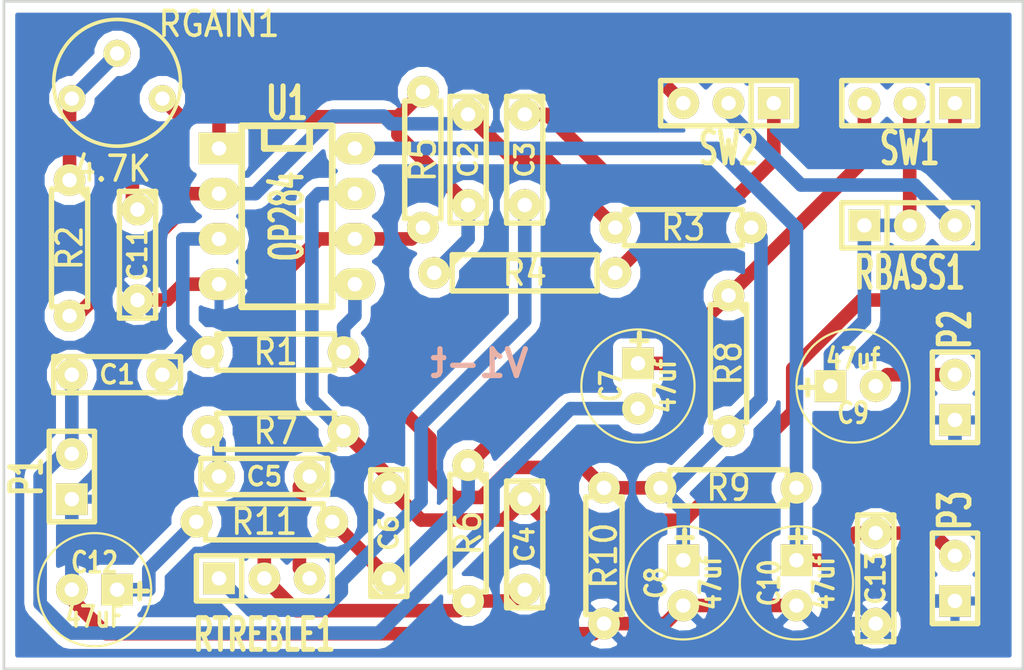
<source format=kicad_pcb>
(kicad_pcb (version 4) (host pcbnew "(2014-08-06 BZR 5059)-product")

  (general
    (links 56)
    (no_connects 0)
    (area 136.064172 103.6193 195.655001 141.680001)
    (thickness 1.6)
    (drawings 6)
    (tracks 164)
    (zones 0)
    (modules 33)
    (nets 22)
  )

  (page A4)
  (layers
    (0 F.Cu signal)
    (31 B.Cu signal)
    (32 B.Adhes user)
    (33 F.Adhes user)
    (34 B.Paste user)
    (35 F.Paste user)
    (36 B.SilkS user)
    (37 F.SilkS user)
    (38 B.Mask user)
    (39 F.Mask user)
    (40 Dwgs.User user)
    (41 Cmts.User user)
    (42 Eco1.User user)
    (43 Eco2.User user)
    (44 Edge.Cuts user)
  )

  (setup
    (last_trace_width 0.762)
    (trace_clearance 0.508)
    (zone_clearance 0.508)
    (zone_45_only no)
    (trace_min 0.508)
    (segment_width 0.2)
    (edge_width 0.15)
    (via_size 1.016)
    (via_drill 0.635)
    (via_min_size 0.635)
    (via_min_drill 0.508)
    (uvia_size 0.508)
    (uvia_drill 0.127)
    (uvias_allowed no)
    (uvia_min_size 0.508)
    (uvia_min_drill 0.127)
    (pcb_text_width 0.3)
    (pcb_text_size 1.5 1.5)
    (mod_edge_width 0.15)
    (mod_text_size 1.5 1.5)
    (mod_text_width 0.15)
    (pad_size 1.778 2.286)
    (pad_drill 0.8128)
    (pad_to_mask_clearance 0.2)
    (aux_axis_origin 0 0)
    (visible_elements 7FFEFDFF)
    (pcbplotparams
      (layerselection 0x010f0_80000001)
      (usegerberextensions true)
      (excludeedgelayer true)
      (linewidth 0.150000)
      (plotframeref false)
      (viasonmask false)
      (mode 1)
      (useauxorigin false)
      (hpglpennumber 1)
      (hpglpenspeed 20)
      (hpglpendiameter 15)
      (hpglpenoverlay 2)
      (psnegative false)
      (psa4output false)
      (plotreference true)
      (plotvalue false)
      (plotinvisibletext false)
      (padsonsilk false)
      (subtractmaskfromsilk true)
      (outputformat 1)
      (mirror false)
      (drillshape 0)
      (scaleselection 1)
      (outputdirectory plots/))
  )

  (net 0 "")
  (net 1 +9V)
  (net 2 GND)
  (net 3 Vref)
  (net 4 "Net-(C1-Pad1)")
  (net 5 "Net-(C1-Pad2)")
  (net 6 "Net-(C2-Pad1)")
  (net 7 "Net-(C2-Pad2)")
  (net 8 "Net-(C3-Pad1)")
  (net 9 "Net-(C3-Pad2)")
  (net 10 "Net-(C4-Pad1)")
  (net 11 "Net-(C4-Pad2)")
  (net 12 "Net-(C5-Pad1)")
  (net 13 "Net-(C5-Pad2)")
  (net 14 "Net-(C6-Pad1)")
  (net 15 "Net-(C7-Pad1)")
  (net 16 "Net-(C9-Pad1)")
  (net 17 "Net-(C9-Pad2)")
  (net 18 "Net-(C11-Pad1)")
  (net 19 "Net-(C12-Pad1)")
  (net 20 "Net-(R2-Pad1)")
  (net 21 "Net-(RBASS1-Pad3)")

  (net_class Default "Ceci est la Netclass par défaut"
    (clearance 0.508)
    (trace_width 0.762)
    (via_dia 1.016)
    (via_drill 0.635)
    (uvia_dia 0.508)
    (uvia_drill 0.127)
    (add_net +9V)
    (add_net GND)
    (add_net "Net-(C1-Pad1)")
    (add_net "Net-(C1-Pad2)")
    (add_net "Net-(C11-Pad1)")
    (add_net "Net-(C12-Pad1)")
    (add_net "Net-(C2-Pad1)")
    (add_net "Net-(C2-Pad2)")
    (add_net "Net-(C3-Pad1)")
    (add_net "Net-(C3-Pad2)")
    (add_net "Net-(C4-Pad1)")
    (add_net "Net-(C4-Pad2)")
    (add_net "Net-(C5-Pad1)")
    (add_net "Net-(C5-Pad2)")
    (add_net "Net-(C6-Pad1)")
    (add_net "Net-(C7-Pad1)")
    (add_net "Net-(C9-Pad1)")
    (add_net "Net-(C9-Pad2)")
    (add_net "Net-(R2-Pad1)")
    (add_net "Net-(RBASS1-Pad3)")
    (add_net Vref)
  )

  (module User:C2-LARGE_PADS (layer F.Cu) (tedit 51B5A1DF) (tstamp 53F8FDEB)
    (at 144.78 125.095)
    (descr "Condensateur = 2 pas")
    (tags C)
    (path /5194A946)
    (fp_text reference C1 (at 0 0) (layer F.SilkS)
      (effects (font (size 1.016 1.016) (thickness 0.2032)))
    )
    (fp_text value 0.1u (at 0 0) (layer F.SilkS) hide
      (effects (font (size 1.016 1.016) (thickness 0.2032)))
    )
    (fp_line (start -3.556 -1.016) (end 3.556 -1.016) (layer F.SilkS) (width 0.3048))
    (fp_line (start 3.556 -1.016) (end 3.556 1.016) (layer F.SilkS) (width 0.3048))
    (fp_line (start 3.556 1.016) (end -3.556 1.016) (layer F.SilkS) (width 0.3048))
    (fp_line (start -3.556 1.016) (end -3.556 -1.016) (layer F.SilkS) (width 0.3048))
    (fp_line (start -3.556 -0.508) (end -3.048 -1.016) (layer F.SilkS) (width 0.3048))
    (pad 1 thru_hole circle (at -2.54 0) (size 1.778 1.778) (drill 0.8128) (layers *.Cu *.Mask F.SilkS)
      (net 4 "Net-(C1-Pad1)"))
    (pad 2 thru_hole circle (at 2.54 0) (size 1.778 1.778) (drill 0.8128) (layers *.Cu *.Mask F.SilkS)
      (net 5 "Net-(C1-Pad2)"))
    (model discret/capa_2pas_5x5mm.wrl
      (at (xyz 0 0 0))
      (scale (xyz 1 1 1))
      (rotate (xyz 0 0 0))
    )
  )

  (module User:C2-LARGE_PADS (layer F.Cu) (tedit 51B5A1DF) (tstamp 53F8FDF0)
    (at 164.465 113.03 270)
    (descr "Condensateur = 2 pas")
    (tags C)
    (path /51B1A91A)
    (fp_text reference C2 (at 0 0 270) (layer F.SilkS)
      (effects (font (size 1.016 1.016) (thickness 0.2032)))
    )
    (fp_text value 100p (at 0 0 270) (layer F.SilkS) hide
      (effects (font (size 1.016 1.016) (thickness 0.2032)))
    )
    (fp_line (start -3.556 -1.016) (end 3.556 -1.016) (layer F.SilkS) (width 0.3048))
    (fp_line (start 3.556 -1.016) (end 3.556 1.016) (layer F.SilkS) (width 0.3048))
    (fp_line (start 3.556 1.016) (end -3.556 1.016) (layer F.SilkS) (width 0.3048))
    (fp_line (start -3.556 1.016) (end -3.556 -1.016) (layer F.SilkS) (width 0.3048))
    (fp_line (start -3.556 -0.508) (end -3.048 -1.016) (layer F.SilkS) (width 0.3048))
    (pad 1 thru_hole circle (at -2.54 0 270) (size 1.778 1.778) (drill 0.8128) (layers *.Cu *.Mask F.SilkS)
      (net 6 "Net-(C2-Pad1)"))
    (pad 2 thru_hole circle (at 2.54 0 270) (size 1.778 1.778) (drill 0.8128) (layers *.Cu *.Mask F.SilkS)
      (net 7 "Net-(C2-Pad2)"))
    (model discret/capa_2pas_5x5mm.wrl
      (at (xyz 0 0 0))
      (scale (xyz 1 1 1))
      (rotate (xyz 0 0 0))
    )
  )

  (module User:C2-LARGE_PADS (layer F.Cu) (tedit 51B5A1DF) (tstamp 53F8FDF5)
    (at 167.64 113.03 270)
    (descr "Condensateur = 2 pas")
    (tags C)
    (path /5194A4FE)
    (fp_text reference C3 (at 0 0 270) (layer F.SilkS)
      (effects (font (size 1.016 1.016) (thickness 0.2032)))
    )
    (fp_text value 11n (at 0 0 270) (layer F.SilkS) hide
      (effects (font (size 1.016 1.016) (thickness 0.2032)))
    )
    (fp_line (start -3.556 -1.016) (end 3.556 -1.016) (layer F.SilkS) (width 0.3048))
    (fp_line (start 3.556 -1.016) (end 3.556 1.016) (layer F.SilkS) (width 0.3048))
    (fp_line (start 3.556 1.016) (end -3.556 1.016) (layer F.SilkS) (width 0.3048))
    (fp_line (start -3.556 1.016) (end -3.556 -1.016) (layer F.SilkS) (width 0.3048))
    (fp_line (start -3.556 -0.508) (end -3.048 -1.016) (layer F.SilkS) (width 0.3048))
    (pad 1 thru_hole circle (at -2.54 0 270) (size 1.778 1.778) (drill 0.8128) (layers *.Cu *.Mask F.SilkS)
      (net 8 "Net-(C3-Pad1)"))
    (pad 2 thru_hole circle (at 2.54 0 270) (size 1.778 1.778) (drill 0.8128) (layers *.Cu *.Mask F.SilkS)
      (net 9 "Net-(C3-Pad2)"))
    (model discret/capa_2pas_5x5mm.wrl
      (at (xyz 0 0 0))
      (scale (xyz 1 1 1))
      (rotate (xyz 0 0 0))
    )
  )

  (module User:C2-LARGE_PADS (layer F.Cu) (tedit 51B5A1DF) (tstamp 53F8FDFA)
    (at 167.64 134.62 90)
    (descr "Condensateur = 2 pas")
    (tags C)
    (path /5194A574)
    (fp_text reference C4 (at 0 0 90) (layer F.SilkS)
      (effects (font (size 1.016 1.016) (thickness 0.2032)))
    )
    (fp_text value 470p (at 0 0 90) (layer F.SilkS) hide
      (effects (font (size 1.016 1.016) (thickness 0.2032)))
    )
    (fp_line (start -3.556 -1.016) (end 3.556 -1.016) (layer F.SilkS) (width 0.3048))
    (fp_line (start 3.556 -1.016) (end 3.556 1.016) (layer F.SilkS) (width 0.3048))
    (fp_line (start 3.556 1.016) (end -3.556 1.016) (layer F.SilkS) (width 0.3048))
    (fp_line (start -3.556 1.016) (end -3.556 -1.016) (layer F.SilkS) (width 0.3048))
    (fp_line (start -3.556 -0.508) (end -3.048 -1.016) (layer F.SilkS) (width 0.3048))
    (pad 1 thru_hole circle (at -2.54 0 90) (size 1.778 1.778) (drill 0.8128) (layers *.Cu *.Mask F.SilkS)
      (net 10 "Net-(C4-Pad1)"))
    (pad 2 thru_hole circle (at 2.54 0 90) (size 1.778 1.778) (drill 0.8128) (layers *.Cu *.Mask F.SilkS)
      (net 11 "Net-(C4-Pad2)"))
    (model discret/capa_2pas_5x5mm.wrl
      (at (xyz 0 0 0))
      (scale (xyz 1 1 1))
      (rotate (xyz 0 0 0))
    )
  )

  (module User:C2-LARGE_PADS (layer F.Cu) (tedit 51B5A1DF) (tstamp 53F8FDFF)
    (at 153.035 130.81 180)
    (descr "Condensateur = 2 pas")
    (tags C)
    (path /5194A52D)
    (fp_text reference C5 (at 0 0 180) (layer F.SilkS)
      (effects (font (size 1.016 1.016) (thickness 0.2032)))
    )
    (fp_text value 2200p (at 0 0 180) (layer F.SilkS) hide
      (effects (font (size 1.016 1.016) (thickness 0.2032)))
    )
    (fp_line (start -3.556 -1.016) (end 3.556 -1.016) (layer F.SilkS) (width 0.3048))
    (fp_line (start 3.556 -1.016) (end 3.556 1.016) (layer F.SilkS) (width 0.3048))
    (fp_line (start 3.556 1.016) (end -3.556 1.016) (layer F.SilkS) (width 0.3048))
    (fp_line (start -3.556 1.016) (end -3.556 -1.016) (layer F.SilkS) (width 0.3048))
    (fp_line (start -3.556 -0.508) (end -3.048 -1.016) (layer F.SilkS) (width 0.3048))
    (pad 1 thru_hole circle (at -2.54 0 180) (size 1.778 1.778) (drill 0.8128) (layers *.Cu *.Mask F.SilkS)
      (net 12 "Net-(C5-Pad1)"))
    (pad 2 thru_hole circle (at 2.54 0 180) (size 1.778 1.778) (drill 0.8128) (layers *.Cu *.Mask F.SilkS)
      (net 13 "Net-(C5-Pad2)"))
    (model discret/capa_2pas_5x5mm.wrl
      (at (xyz 0 0 0))
      (scale (xyz 1 1 1))
      (rotate (xyz 0 0 0))
    )
  )

  (module User:C2-LARGE_PADS (layer F.Cu) (tedit 51B5A1DF) (tstamp 53F8FE04)
    (at 160.02 133.985 90)
    (descr "Condensateur = 2 pas")
    (tags C)
    (path /5194A58C)
    (fp_text reference C6 (at 0 0 90) (layer F.SilkS)
      (effects (font (size 1.016 1.016) (thickness 0.2032)))
    )
    (fp_text value 50n (at 0 0 90) (layer F.SilkS) hide
      (effects (font (size 1.016 1.016) (thickness 0.2032)))
    )
    (fp_line (start -3.556 -1.016) (end 3.556 -1.016) (layer F.SilkS) (width 0.3048))
    (fp_line (start 3.556 -1.016) (end 3.556 1.016) (layer F.SilkS) (width 0.3048))
    (fp_line (start 3.556 1.016) (end -3.556 1.016) (layer F.SilkS) (width 0.3048))
    (fp_line (start -3.556 1.016) (end -3.556 -1.016) (layer F.SilkS) (width 0.3048))
    (fp_line (start -3.556 -0.508) (end -3.048 -1.016) (layer F.SilkS) (width 0.3048))
    (pad 1 thru_hole circle (at -2.54 0 90) (size 1.778 1.778) (drill 0.8128) (layers *.Cu *.Mask F.SilkS)
      (net 14 "Net-(C6-Pad1)"))
    (pad 2 thru_hole circle (at 2.54 0 90) (size 1.778 1.778) (drill 0.8128) (layers *.Cu *.Mask F.SilkS)
      (net 11 "Net-(C4-Pad2)"))
    (model discret/capa_2pas_5x5mm.wrl
      (at (xyz 0 0 0))
      (scale (xyz 1 1 1))
      (rotate (xyz 0 0 0))
    )
  )

  (module User:C1V7-LARGE_PADS (layer F.Cu) (tedit 51B5A175) (tstamp 53F8FE09)
    (at 173.99 125.73 270)
    (path /51B1AE7D)
    (fp_text reference C7 (at 0 1.524 270) (layer F.SilkS)
      (effects (font (size 1.143 0.889) (thickness 0.2032)))
    )
    (fp_text value 47uf (at 0 -1.524 270) (layer F.SilkS)
      (effects (font (size 1.143 0.889) (thickness 0.2032)))
    )
    (fp_text user + (at -2.54 0 270) (layer F.SilkS)
      (effects (font (size 1.143 1.143) (thickness 0.3048)))
    )
    (fp_circle (center 0 0) (end 3.175 0) (layer F.SilkS) (width 0.127))
    (pad 1 thru_hole rect (at -1.27 0 270) (size 1.778 1.778) (drill 0.8128) (layers *.Cu *.Mask F.SilkS)
      (net 15 "Net-(C7-Pad1)"))
    (pad 2 thru_hole circle (at 1.27 0 270) (size 1.778 1.778) (drill 0.8128) (layers *.Cu *.Mask F.SilkS)
      (net 4 "Net-(C1-Pad1)"))
    (model discret/c_vert_c1v7.wrl
      (at (xyz 0 0 0))
      (scale (xyz 1 1 1))
      (rotate (xyz 0 0 0))
    )
  )

  (module User:C1V7-LARGE_PADS (layer F.Cu) (tedit 51B5A175) (tstamp 53F8FE0E)
    (at 176.53 136.779 270)
    (path /5194B4BA)
    (fp_text reference C8 (at 0 1.524 270) (layer F.SilkS)
      (effects (font (size 1.143 0.889) (thickness 0.2032)))
    )
    (fp_text value 47uf (at 0 -1.524 270) (layer F.SilkS)
      (effects (font (size 1.143 0.889) (thickness 0.2032)))
    )
    (fp_text user + (at -2.54 0 270) (layer F.SilkS)
      (effects (font (size 1.143 1.143) (thickness 0.3048)))
    )
    (fp_circle (center 0 0) (end 3.175 0) (layer F.SilkS) (width 0.127))
    (pad 1 thru_hole rect (at -1.27 0 270) (size 1.778 1.778) (drill 0.8128) (layers *.Cu *.Mask F.SilkS)
      (net 3 Vref))
    (pad 2 thru_hole circle (at 1.27 0 270) (size 1.778 1.778) (drill 0.8128) (layers *.Cu *.Mask F.SilkS)
      (net 2 GND))
    (model discret/c_vert_c1v7.wrl
      (at (xyz 0 0 0))
      (scale (xyz 1 1 1))
      (rotate (xyz 0 0 0))
    )
  )

  (module User:C1V7-LARGE_PADS (layer F.Cu) (tedit 51B5A175) (tstamp 53F8FE13)
    (at 186.055 125.73)
    (path /5194ADAA)
    (fp_text reference C9 (at 0 1.524) (layer F.SilkS)
      (effects (font (size 1.143 0.889) (thickness 0.2032)))
    )
    (fp_text value 47uf (at 0 -1.524) (layer F.SilkS)
      (effects (font (size 1.143 0.889) (thickness 0.2032)))
    )
    (fp_text user + (at -2.54 0) (layer F.SilkS)
      (effects (font (size 1.143 1.143) (thickness 0.3048)))
    )
    (fp_circle (center 0 0) (end 3.175 0) (layer F.SilkS) (width 0.127))
    (pad 1 thru_hole rect (at -1.27 0) (size 1.778 1.778) (drill 0.8128) (layers *.Cu *.Mask F.SilkS)
      (net 16 "Net-(C9-Pad1)"))
    (pad 2 thru_hole circle (at 1.27 0) (size 1.778 1.778) (drill 0.8128) (layers *.Cu *.Mask F.SilkS)
      (net 17 "Net-(C9-Pad2)"))
    (model discret/c_vert_c1v7.wrl
      (at (xyz 0 0 0))
      (scale (xyz 1 1 1))
      (rotate (xyz 0 0 0))
    )
  )

  (module User:C1V7-LARGE_PADS (layer F.Cu) (tedit 51B5A175) (tstamp 53F8FE18)
    (at 182.88 136.779 270)
    (path /5194B4C5)
    (fp_text reference C10 (at 0 1.524 270) (layer F.SilkS)
      (effects (font (size 1.143 0.889) (thickness 0.2032)))
    )
    (fp_text value 47uf (at 0 -1.524 270) (layer F.SilkS)
      (effects (font (size 1.143 0.889) (thickness 0.2032)))
    )
    (fp_text user + (at -2.54 0 270) (layer F.SilkS)
      (effects (font (size 1.143 1.143) (thickness 0.3048)))
    )
    (fp_circle (center 0 0) (end 3.175 0) (layer F.SilkS) (width 0.127))
    (pad 1 thru_hole rect (at -1.27 0 270) (size 1.778 1.778) (drill 0.8128) (layers *.Cu *.Mask F.SilkS)
      (net 1 +9V))
    (pad 2 thru_hole circle (at 1.27 0 270) (size 1.778 1.778) (drill 0.8128) (layers *.Cu *.Mask F.SilkS)
      (net 2 GND))
    (model discret/c_vert_c1v7.wrl
      (at (xyz 0 0 0))
      (scale (xyz 1 1 1))
      (rotate (xyz 0 0 0))
    )
  )

  (module User:C2-LARGE_PADS (layer F.Cu) (tedit 51B5A1DF) (tstamp 53FA173A)
    (at 145.923 118.364 270)
    (descr "Condensateur = 2 pas")
    (tags C)
    (path /5194AE09)
    (fp_text reference C11 (at 0 0 270) (layer F.SilkS)
      (effects (font (size 1.016 1.016) (thickness 0.2032)))
    )
    (fp_text value 47nf (at 0 0 270) (layer F.SilkS) hide
      (effects (font (size 1.016 1.016) (thickness 0.2032)))
    )
    (fp_line (start -3.556 -1.016) (end 3.556 -1.016) (layer F.SilkS) (width 0.3048))
    (fp_line (start 3.556 -1.016) (end 3.556 1.016) (layer F.SilkS) (width 0.3048))
    (fp_line (start 3.556 1.016) (end -3.556 1.016) (layer F.SilkS) (width 0.3048))
    (fp_line (start -3.556 1.016) (end -3.556 -1.016) (layer F.SilkS) (width 0.3048))
    (fp_line (start -3.556 -0.508) (end -3.048 -1.016) (layer F.SilkS) (width 0.3048))
    (pad 1 thru_hole circle (at -2.54 0 270) (size 1.778 1.778) (drill 0.8128) (layers *.Cu *.Mask F.SilkS)
      (net 18 "Net-(C11-Pad1)"))
    (pad 2 thru_hole circle (at 2.54 0 270) (size 1.778 1.778) (drill 0.8128) (layers *.Cu *.Mask F.SilkS)
      (net 2 GND))
    (model discret/capa_2pas_5x5mm.wrl
      (at (xyz 0 0 0))
      (scale (xyz 1 1 1))
      (rotate (xyz 0 0 0))
    )
  )

  (module User:C1V7-LARGE_PADS (layer F.Cu) (tedit 51B5A175) (tstamp 53F8FE22)
    (at 143.51 137.16 180)
    (path /5194AE1B)
    (fp_text reference C12 (at 0 1.524 180) (layer F.SilkS)
      (effects (font (size 1.143 0.889) (thickness 0.2032)))
    )
    (fp_text value 47uF (at 0 -1.524 180) (layer F.SilkS)
      (effects (font (size 1.143 0.889) (thickness 0.2032)))
    )
    (fp_text user + (at -2.54 0 180) (layer F.SilkS)
      (effects (font (size 1.143 1.143) (thickness 0.3048)))
    )
    (fp_circle (center 0 0) (end 3.175 0) (layer F.SilkS) (width 0.127))
    (pad 1 thru_hole rect (at -1.27 0 180) (size 1.778 1.778) (drill 0.8128) (layers *.Cu *.Mask F.SilkS)
      (net 19 "Net-(C12-Pad1)"))
    (pad 2 thru_hole circle (at 1.27 0 180) (size 1.778 1.778) (drill 0.8128) (layers *.Cu *.Mask F.SilkS)
      (net 2 GND))
    (model discret/c_vert_c1v7.wrl
      (at (xyz 0 0 0))
      (scale (xyz 1 1 1))
      (rotate (xyz 0 0 0))
    )
  )

  (module User:C2-LARGE_PADS (layer F.Cu) (tedit 51B5A1DF) (tstamp 53F8FE27)
    (at 187.325 136.525 270)
    (descr "Condensateur = 2 pas")
    (tags C)
    (path /535640CD)
    (fp_text reference C13 (at 0 0 270) (layer F.SilkS)
      (effects (font (size 1.016 1.016) (thickness 0.2032)))
    )
    (fp_text value 100n (at 0 0 270) (layer F.SilkS) hide
      (effects (font (size 1.016 1.016) (thickness 0.2032)))
    )
    (fp_line (start -3.556 -1.016) (end 3.556 -1.016) (layer F.SilkS) (width 0.3048))
    (fp_line (start 3.556 -1.016) (end 3.556 1.016) (layer F.SilkS) (width 0.3048))
    (fp_line (start 3.556 1.016) (end -3.556 1.016) (layer F.SilkS) (width 0.3048))
    (fp_line (start -3.556 1.016) (end -3.556 -1.016) (layer F.SilkS) (width 0.3048))
    (fp_line (start -3.556 -0.508) (end -3.048 -1.016) (layer F.SilkS) (width 0.3048))
    (pad 1 thru_hole circle (at -2.54 0 270) (size 1.778 1.778) (drill 0.8128) (layers *.Cu *.Mask F.SilkS)
      (net 1 +9V))
    (pad 2 thru_hole circle (at 2.54 0 270) (size 1.778 1.778) (drill 0.8128) (layers *.Cu *.Mask F.SilkS)
      (net 2 GND))
    (model discret/capa_2pas_5x5mm.wrl
      (at (xyz 0 0 0))
      (scale (xyz 1 1 1))
      (rotate (xyz 0 0 0))
    )
  )

  (module User:SIL-2-LARGE_PADS (layer F.Cu) (tedit 51B5A21E) (tstamp 53F8FE2C)
    (at 142.24 130.81 90)
    (descr "Connecteurs 2 pins")
    (tags "CONN DEV")
    (path /5194CFD4)
    (fp_text reference P1 (at 0 -2.54 90) (layer F.SilkS)
      (effects (font (size 1.72974 1.08712) (thickness 0.3048)))
    )
    (fp_text value CONN_2 (at 0 -2.54 90) (layer F.SilkS) hide
      (effects (font (size 1.524 1.016) (thickness 0.3048)))
    )
    (fp_line (start -2.54 1.27) (end -2.54 -1.27) (layer F.SilkS) (width 0.3048))
    (fp_line (start -2.54 -1.27) (end 2.54 -1.27) (layer F.SilkS) (width 0.3048))
    (fp_line (start 2.54 -1.27) (end 2.54 1.27) (layer F.SilkS) (width 0.3048))
    (fp_line (start 2.54 1.27) (end -2.54 1.27) (layer F.SilkS) (width 0.3048))
    (pad 1 thru_hole rect (at -1.27 0 90) (size 1.778 1.778) (drill 0.8128) (layers *.Cu *.Mask F.SilkS)
      (net 2 GND))
    (pad 2 thru_hole circle (at 1.27 0 90) (size 1.778 1.778) (drill 0.8128) (layers *.Cu *.Mask F.SilkS)
      (net 4 "Net-(C1-Pad1)"))
  )

  (module User:SIL-2-LARGE_PADS (layer F.Cu) (tedit 53FA1F8D) (tstamp 53F8FE31)
    (at 191.77 126.365 90)
    (descr "Connecteurs 2 pins")
    (tags "CONN DEV")
    (path /5194D020)
    (fp_text reference P2 (at 3.81 0 90) (layer F.SilkS)
      (effects (font (size 1.72974 1.08712) (thickness 0.3048)))
    )
    (fp_text value CONN_2 (at 0 -2.54 90) (layer F.SilkS) hide
      (effects (font (size 1.524 1.016) (thickness 0.3048)))
    )
    (fp_line (start -2.54 1.27) (end -2.54 -1.27) (layer F.SilkS) (width 0.3048))
    (fp_line (start -2.54 -1.27) (end 2.54 -1.27) (layer F.SilkS) (width 0.3048))
    (fp_line (start 2.54 -1.27) (end 2.54 1.27) (layer F.SilkS) (width 0.3048))
    (fp_line (start 2.54 1.27) (end -2.54 1.27) (layer F.SilkS) (width 0.3048))
    (pad 1 thru_hole rect (at -1.27 0 90) (size 1.778 1.778) (drill 0.8128) (layers *.Cu *.Mask F.SilkS)
      (net 2 GND))
    (pad 2 thru_hole circle (at 1.27 0 90) (size 1.778 1.778) (drill 0.8128) (layers *.Cu *.Mask F.SilkS)
      (net 17 "Net-(C9-Pad2)"))
  )

  (module User:SIL-2-LARGE_PADS (layer F.Cu) (tedit 53FA1F91) (tstamp 53F8FE36)
    (at 191.77 136.525 90)
    (descr "Connecteurs 2 pins")
    (tags "CONN DEV")
    (path /51B1AC68)
    (fp_text reference P3 (at 3.81 0 90) (layer F.SilkS)
      (effects (font (size 1.72974 1.08712) (thickness 0.3048)))
    )
    (fp_text value CONN_2 (at 0 -2.54 90) (layer F.SilkS) hide
      (effects (font (size 1.524 1.016) (thickness 0.3048)))
    )
    (fp_line (start -2.54 1.27) (end -2.54 -1.27) (layer F.SilkS) (width 0.3048))
    (fp_line (start -2.54 -1.27) (end 2.54 -1.27) (layer F.SilkS) (width 0.3048))
    (fp_line (start 2.54 -1.27) (end 2.54 1.27) (layer F.SilkS) (width 0.3048))
    (fp_line (start 2.54 1.27) (end -2.54 1.27) (layer F.SilkS) (width 0.3048))
    (pad 1 thru_hole rect (at -1.27 0 90) (size 1.778 1.778) (drill 0.8128) (layers *.Cu *.Mask F.SilkS)
      (net 2 GND))
    (pad 2 thru_hole circle (at 1.27 0 90) (size 1.778 1.778) (drill 0.8128) (layers *.Cu *.Mask F.SilkS)
      (net 1 +9V))
  )

  (module User:R3-LARGE_PADS (layer F.Cu) (tedit 51B5A1F4) (tstamp 53F8FE3B)
    (at 153.67 123.825)
    (descr "Resitance 3 pas")
    (tags R)
    (path /51B1A73D)
    (autoplace_cost180 10)
    (fp_text reference R1 (at 0 0) (layer F.SilkS)
      (effects (font (size 1.397 1.27) (thickness 0.2032)))
    )
    (fp_text value 1Meg (at 0 0) (layer F.SilkS) hide
      (effects (font (size 1.397 1.27) (thickness 0.2032)))
    )
    (fp_line (start -3.81 0) (end -3.302 0) (layer F.SilkS) (width 0.3048))
    (fp_line (start 3.81 0) (end 3.302 0) (layer F.SilkS) (width 0.3048))
    (fp_line (start 3.302 0) (end 3.302 -1.016) (layer F.SilkS) (width 0.3048))
    (fp_line (start 3.302 -1.016) (end -3.302 -1.016) (layer F.SilkS) (width 0.3048))
    (fp_line (start -3.302 -1.016) (end -3.302 1.016) (layer F.SilkS) (width 0.3048))
    (fp_line (start -3.302 1.016) (end 3.302 1.016) (layer F.SilkS) (width 0.3048))
    (fp_line (start 3.302 1.016) (end 3.302 0) (layer F.SilkS) (width 0.3048))
    (fp_line (start -3.302 -0.508) (end -2.794 -1.016) (layer F.SilkS) (width 0.3048))
    (pad 1 thru_hole circle (at -3.81 0) (size 1.778 1.778) (drill 0.8128) (layers *.Cu *.Mask F.SilkS)
      (net 5 "Net-(C1-Pad2)"))
    (pad 2 thru_hole circle (at 3.81 0) (size 1.778 1.778) (drill 0.8128) (layers *.Cu *.Mask F.SilkS)
      (net 3 Vref))
    (model discret/resistor.wrl
      (at (xyz 0 0 0))
      (scale (xyz 0.3 0.3 0.3))
      (rotate (xyz 0 0 0))
    )
  )

  (module User:R3-LARGE_PADS (layer F.Cu) (tedit 51B5A1F4) (tstamp 53F8FE40)
    (at 142.113 117.983 270)
    (descr "Resitance 3 pas")
    (tags R)
    (path /51B1A765)
    (autoplace_cost180 10)
    (fp_text reference R2 (at 0 0 270) (layer F.SilkS)
      (effects (font (size 1.397 1.27) (thickness 0.2032)))
    )
    (fp_text value 500 (at 0 0 270) (layer F.SilkS) hide
      (effects (font (size 1.397 1.27) (thickness 0.2032)))
    )
    (fp_line (start -3.81 0) (end -3.302 0) (layer F.SilkS) (width 0.3048))
    (fp_line (start 3.81 0) (end 3.302 0) (layer F.SilkS) (width 0.3048))
    (fp_line (start 3.302 0) (end 3.302 -1.016) (layer F.SilkS) (width 0.3048))
    (fp_line (start 3.302 -1.016) (end -3.302 -1.016) (layer F.SilkS) (width 0.3048))
    (fp_line (start -3.302 -1.016) (end -3.302 1.016) (layer F.SilkS) (width 0.3048))
    (fp_line (start -3.302 1.016) (end 3.302 1.016) (layer F.SilkS) (width 0.3048))
    (fp_line (start 3.302 1.016) (end 3.302 0) (layer F.SilkS) (width 0.3048))
    (fp_line (start -3.302 -0.508) (end -2.794 -1.016) (layer F.SilkS) (width 0.3048))
    (pad 1 thru_hole circle (at -3.81 0 270) (size 1.778 1.778) (drill 0.8128) (layers *.Cu *.Mask F.SilkS)
      (net 20 "Net-(R2-Pad1)"))
    (pad 2 thru_hole circle (at 3.81 0 270) (size 1.778 1.778) (drill 0.8128) (layers *.Cu *.Mask F.SilkS)
      (net 6 "Net-(C2-Pad1)"))
    (model discret/resistor.wrl
      (at (xyz 0 0 0))
      (scale (xyz 0.3 0.3 0.3))
      (rotate (xyz 0 0 0))
    )
  )

  (module User:R3-LARGE_PADS (layer F.Cu) (tedit 51B5A1F4) (tstamp 53F8FE45)
    (at 176.53 116.84)
    (descr "Resitance 3 pas")
    (tags R)
    (path /51B1A74C)
    (autoplace_cost180 10)
    (fp_text reference R3 (at 0 0) (layer F.SilkS)
      (effects (font (size 1.397 1.27) (thickness 0.2032)))
    )
    (fp_text value 10K (at 0 0) (layer F.SilkS) hide
      (effects (font (size 1.397 1.27) (thickness 0.2032)))
    )
    (fp_line (start -3.81 0) (end -3.302 0) (layer F.SilkS) (width 0.3048))
    (fp_line (start 3.81 0) (end 3.302 0) (layer F.SilkS) (width 0.3048))
    (fp_line (start 3.302 0) (end 3.302 -1.016) (layer F.SilkS) (width 0.3048))
    (fp_line (start 3.302 -1.016) (end -3.302 -1.016) (layer F.SilkS) (width 0.3048))
    (fp_line (start -3.302 -1.016) (end -3.302 1.016) (layer F.SilkS) (width 0.3048))
    (fp_line (start -3.302 1.016) (end 3.302 1.016) (layer F.SilkS) (width 0.3048))
    (fp_line (start 3.302 1.016) (end 3.302 0) (layer F.SilkS) (width 0.3048))
    (fp_line (start -3.302 -0.508) (end -2.794 -1.016) (layer F.SilkS) (width 0.3048))
    (pad 1 thru_hole circle (at -3.81 0) (size 1.778 1.778) (drill 0.8128) (layers *.Cu *.Mask F.SilkS)
      (net 6 "Net-(C2-Pad1)"))
    (pad 2 thru_hole circle (at 3.81 0) (size 1.778 1.778) (drill 0.8128) (layers *.Cu *.Mask F.SilkS)
      (net 3 Vref))
    (model discret/resistor.wrl
      (at (xyz 0 0 0))
      (scale (xyz 0.3 0.3 0.3))
      (rotate (xyz 0 0 0))
    )
  )

  (module User:R4-LARGE_PADS (layer F.Cu) (tedit 51B5A208) (tstamp 53F8FE4A)
    (at 167.64 119.38)
    (descr "Resitance 4 pas")
    (tags R)
    (path /53563E77)
    (autoplace_cost180 10)
    (fp_text reference R4 (at 0 0) (layer F.SilkS)
      (effects (font (size 1.397 1.27) (thickness 0.2032)))
    )
    (fp_text value 2.2K (at 0 0) (layer F.SilkS) hide
      (effects (font (size 1.397 1.27) (thickness 0.2032)))
    )
    (fp_line (start -5.08 0) (end -4.064 0) (layer F.SilkS) (width 0.3048))
    (fp_line (start -4.064 0) (end -4.064 -1.016) (layer F.SilkS) (width 0.3048))
    (fp_line (start -4.064 -1.016) (end 4.064 -1.016) (layer F.SilkS) (width 0.3048))
    (fp_line (start 4.064 -1.016) (end 4.064 1.016) (layer F.SilkS) (width 0.3048))
    (fp_line (start 4.064 1.016) (end -4.064 1.016) (layer F.SilkS) (width 0.3048))
    (fp_line (start -4.064 1.016) (end -4.064 0) (layer F.SilkS) (width 0.3048))
    (fp_line (start -4.064 -0.508) (end -3.556 -1.016) (layer F.SilkS) (width 0.3048))
    (fp_line (start 5.08 0) (end 4.064 0) (layer F.SilkS) (width 0.3048))
    (pad 1 thru_hole circle (at -5.08 0) (size 1.778 1.778) (drill 0.8128) (layers *.Cu *.Mask F.SilkS)
      (net 7 "Net-(C2-Pad2)"))
    (pad 2 thru_hole circle (at 5.08 0) (size 1.778 1.778) (drill 0.8128) (layers *.Cu *.Mask F.SilkS)
      (net 8 "Net-(C3-Pad1)"))
    (model discret/resistor.wrl
      (at (xyz 0 0 0))
      (scale (xyz 0.4 0.4 0.4))
      (rotate (xyz 0 0 0))
    )
  )

  (module User:R3-LARGE_PADS (layer F.Cu) (tedit 51B5A1F4) (tstamp 53F8FE4F)
    (at 161.925 113.03 270)
    (descr "Resitance 3 pas")
    (tags R)
    (path /5194A4D6)
    (autoplace_cost180 10)
    (fp_text reference R5 (at 0 0 270) (layer F.SilkS)
      (effects (font (size 1.397 1.27) (thickness 0.2032)))
    )
    (fp_text value 47K (at 0 0 270) (layer F.SilkS) hide
      (effects (font (size 1.397 1.27) (thickness 0.2032)))
    )
    (fp_line (start -3.81 0) (end -3.302 0) (layer F.SilkS) (width 0.3048))
    (fp_line (start 3.81 0) (end 3.302 0) (layer F.SilkS) (width 0.3048))
    (fp_line (start 3.302 0) (end 3.302 -1.016) (layer F.SilkS) (width 0.3048))
    (fp_line (start 3.302 -1.016) (end -3.302 -1.016) (layer F.SilkS) (width 0.3048))
    (fp_line (start -3.302 -1.016) (end -3.302 1.016) (layer F.SilkS) (width 0.3048))
    (fp_line (start -3.302 1.016) (end 3.302 1.016) (layer F.SilkS) (width 0.3048))
    (fp_line (start 3.302 1.016) (end 3.302 0) (layer F.SilkS) (width 0.3048))
    (fp_line (start -3.302 -0.508) (end -2.794 -1.016) (layer F.SilkS) (width 0.3048))
    (pad 1 thru_hole circle (at -3.81 0 270) (size 1.778 1.778) (drill 0.8128) (layers *.Cu *.Mask F.SilkS)
      (net 7 "Net-(C2-Pad2)"))
    (pad 2 thru_hole circle (at 3.81 0 270) (size 1.778 1.778) (drill 0.8128) (layers *.Cu *.Mask F.SilkS)
      (net 10 "Net-(C4-Pad1)"))
    (model discret/resistor.wrl
      (at (xyz 0 0 0))
      (scale (xyz 0.3 0.3 0.3))
      (rotate (xyz 0 0 0))
    )
  )

  (module User:R3-LARGE_PADS (layer F.Cu) (tedit 51B5A1F4) (tstamp 53F8FE54)
    (at 164.465 133.985 270)
    (descr "Resitance 3 pas")
    (tags R)
    (path /5194A4EE)
    (autoplace_cost180 10)
    (fp_text reference R6 (at 0 0 270) (layer F.SilkS)
      (effects (font (size 1.397 1.27) (thickness 0.2032)))
    )
    (fp_text value 15K (at 0 0 270) (layer F.SilkS) hide
      (effects (font (size 1.397 1.27) (thickness 0.2032)))
    )
    (fp_line (start -3.81 0) (end -3.302 0) (layer F.SilkS) (width 0.3048))
    (fp_line (start 3.81 0) (end 3.302 0) (layer F.SilkS) (width 0.3048))
    (fp_line (start 3.302 0) (end 3.302 -1.016) (layer F.SilkS) (width 0.3048))
    (fp_line (start 3.302 -1.016) (end -3.302 -1.016) (layer F.SilkS) (width 0.3048))
    (fp_line (start -3.302 -1.016) (end -3.302 1.016) (layer F.SilkS) (width 0.3048))
    (fp_line (start -3.302 1.016) (end 3.302 1.016) (layer F.SilkS) (width 0.3048))
    (fp_line (start 3.302 1.016) (end 3.302 0) (layer F.SilkS) (width 0.3048))
    (fp_line (start -3.302 -0.508) (end -2.794 -1.016) (layer F.SilkS) (width 0.3048))
    (pad 1 thru_hole circle (at -3.81 0 270) (size 1.778 1.778) (drill 0.8128) (layers *.Cu *.Mask F.SilkS)
      (net 14 "Net-(C6-Pad1)"))
    (pad 2 thru_hole circle (at 3.81 0 270) (size 1.778 1.778) (drill 0.8128) (layers *.Cu *.Mask F.SilkS)
      (net 10 "Net-(C4-Pad1)"))
    (model discret/resistor.wrl
      (at (xyz 0 0 0))
      (scale (xyz 0.3 0.3 0.3))
      (rotate (xyz 0 0 0))
    )
  )

  (module User:R3-LARGE_PADS (layer F.Cu) (tedit 51B5A1F4) (tstamp 53F8FE59)
    (at 153.67 128.27 180)
    (descr "Resitance 3 pas")
    (tags R)
    (path /53563E86)
    (autoplace_cost180 10)
    (fp_text reference R7 (at 0 0 180) (layer F.SilkS)
      (effects (font (size 1.397 1.27) (thickness 0.2032)))
    )
    (fp_text value 22K (at 0 0 180) (layer F.SilkS) hide
      (effects (font (size 1.397 1.27) (thickness 0.2032)))
    )
    (fp_line (start -3.81 0) (end -3.302 0) (layer F.SilkS) (width 0.3048))
    (fp_line (start 3.81 0) (end 3.302 0) (layer F.SilkS) (width 0.3048))
    (fp_line (start 3.302 0) (end 3.302 -1.016) (layer F.SilkS) (width 0.3048))
    (fp_line (start 3.302 -1.016) (end -3.302 -1.016) (layer F.SilkS) (width 0.3048))
    (fp_line (start -3.302 -1.016) (end -3.302 1.016) (layer F.SilkS) (width 0.3048))
    (fp_line (start -3.302 1.016) (end 3.302 1.016) (layer F.SilkS) (width 0.3048))
    (fp_line (start 3.302 1.016) (end 3.302 0) (layer F.SilkS) (width 0.3048))
    (fp_line (start -3.302 -0.508) (end -2.794 -1.016) (layer F.SilkS) (width 0.3048))
    (pad 1 thru_hole circle (at -3.81 0 180) (size 1.778 1.778) (drill 0.8128) (layers *.Cu *.Mask F.SilkS)
      (net 11 "Net-(C4-Pad2)"))
    (pad 2 thru_hole circle (at 3.81 0 180) (size 1.778 1.778) (drill 0.8128) (layers *.Cu *.Mask F.SilkS)
      (net 13 "Net-(C5-Pad2)"))
    (model discret/resistor.wrl
      (at (xyz 0 0 0))
      (scale (xyz 0.3 0.3 0.3))
      (rotate (xyz 0 0 0))
    )
  )

  (module User:R3-LARGE_PADS (layer F.Cu) (tedit 51B5A1F4) (tstamp 53F8FE5E)
    (at 179.07 124.46 270)
    (descr "Resitance 3 pas")
    (tags R)
    (path /51B1AF4B)
    (autoplace_cost180 10)
    (fp_text reference R8 (at 0 0 270) (layer F.SilkS)
      (effects (font (size 1.397 1.27) (thickness 0.2032)))
    )
    (fp_text value 1Meg (at 0 0 270) (layer F.SilkS) hide
      (effects (font (size 1.397 1.27) (thickness 0.2032)))
    )
    (fp_line (start -3.81 0) (end -3.302 0) (layer F.SilkS) (width 0.3048))
    (fp_line (start 3.81 0) (end 3.302 0) (layer F.SilkS) (width 0.3048))
    (fp_line (start 3.302 0) (end 3.302 -1.016) (layer F.SilkS) (width 0.3048))
    (fp_line (start 3.302 -1.016) (end -3.302 -1.016) (layer F.SilkS) (width 0.3048))
    (fp_line (start -3.302 -1.016) (end -3.302 1.016) (layer F.SilkS) (width 0.3048))
    (fp_line (start -3.302 1.016) (end 3.302 1.016) (layer F.SilkS) (width 0.3048))
    (fp_line (start 3.302 1.016) (end 3.302 0) (layer F.SilkS) (width 0.3048))
    (fp_line (start -3.302 -0.508) (end -2.794 -1.016) (layer F.SilkS) (width 0.3048))
    (pad 1 thru_hole circle (at -3.81 0 270) (size 1.778 1.778) (drill 0.8128) (layers *.Cu *.Mask F.SilkS)
      (net 15 "Net-(C7-Pad1)"))
    (pad 2 thru_hole circle (at 3.81 0 270) (size 1.778 1.778) (drill 0.8128) (layers *.Cu *.Mask F.SilkS)
      (net 3 Vref))
    (model discret/resistor.wrl
      (at (xyz 0 0 0))
      (scale (xyz 0.3 0.3 0.3))
      (rotate (xyz 0 0 0))
    )
  )

  (module User:R3-LARGE_PADS (layer F.Cu) (tedit 51B5A1F4) (tstamp 53F8FE63)
    (at 179.07 131.445 180)
    (descr "Resitance 3 pas")
    (tags R)
    (path /5194B4AA)
    (autoplace_cost180 10)
    (fp_text reference R9 (at 0 0 180) (layer F.SilkS)
      (effects (font (size 1.397 1.27) (thickness 0.2032)))
    )
    (fp_text value 20K (at 0 0 180) (layer F.SilkS) hide
      (effects (font (size 1.397 1.27) (thickness 0.2032)))
    )
    (fp_line (start -3.81 0) (end -3.302 0) (layer F.SilkS) (width 0.3048))
    (fp_line (start 3.81 0) (end 3.302 0) (layer F.SilkS) (width 0.3048))
    (fp_line (start 3.302 0) (end 3.302 -1.016) (layer F.SilkS) (width 0.3048))
    (fp_line (start 3.302 -1.016) (end -3.302 -1.016) (layer F.SilkS) (width 0.3048))
    (fp_line (start -3.302 -1.016) (end -3.302 1.016) (layer F.SilkS) (width 0.3048))
    (fp_line (start -3.302 1.016) (end 3.302 1.016) (layer F.SilkS) (width 0.3048))
    (fp_line (start 3.302 1.016) (end 3.302 0) (layer F.SilkS) (width 0.3048))
    (fp_line (start -3.302 -0.508) (end -2.794 -1.016) (layer F.SilkS) (width 0.3048))
    (pad 1 thru_hole circle (at -3.81 0 180) (size 1.778 1.778) (drill 0.8128) (layers *.Cu *.Mask F.SilkS)
      (net 1 +9V))
    (pad 2 thru_hole circle (at 3.81 0 180) (size 1.778 1.778) (drill 0.8128) (layers *.Cu *.Mask F.SilkS)
      (net 3 Vref))
    (model discret/resistor.wrl
      (at (xyz 0 0 0))
      (scale (xyz 0.3 0.3 0.3))
      (rotate (xyz 0 0 0))
    )
  )

  (module User:R3-LARGE_PADS (layer F.Cu) (tedit 51B5A1F4) (tstamp 53F8FE68)
    (at 172.085 135.255 270)
    (descr "Resitance 3 pas")
    (tags R)
    (path /5194B4B0)
    (autoplace_cost180 10)
    (fp_text reference R10 (at 0 0 270) (layer F.SilkS)
      (effects (font (size 1.397 1.27) (thickness 0.2032)))
    )
    (fp_text value 20K (at 0 0 270) (layer F.SilkS) hide
      (effects (font (size 1.397 1.27) (thickness 0.2032)))
    )
    (fp_line (start -3.81 0) (end -3.302 0) (layer F.SilkS) (width 0.3048))
    (fp_line (start 3.81 0) (end 3.302 0) (layer F.SilkS) (width 0.3048))
    (fp_line (start 3.302 0) (end 3.302 -1.016) (layer F.SilkS) (width 0.3048))
    (fp_line (start 3.302 -1.016) (end -3.302 -1.016) (layer F.SilkS) (width 0.3048))
    (fp_line (start -3.302 -1.016) (end -3.302 1.016) (layer F.SilkS) (width 0.3048))
    (fp_line (start -3.302 1.016) (end 3.302 1.016) (layer F.SilkS) (width 0.3048))
    (fp_line (start 3.302 1.016) (end 3.302 0) (layer F.SilkS) (width 0.3048))
    (fp_line (start -3.302 -0.508) (end -2.794 -1.016) (layer F.SilkS) (width 0.3048))
    (pad 1 thru_hole circle (at -3.81 0 270) (size 1.778 1.778) (drill 0.8128) (layers *.Cu *.Mask F.SilkS)
      (net 3 Vref))
    (pad 2 thru_hole circle (at 3.81 0 270) (size 1.778 1.778) (drill 0.8128) (layers *.Cu *.Mask F.SilkS)
      (net 2 GND))
    (model discret/resistor.wrl
      (at (xyz 0 0 0))
      (scale (xyz 0.3 0.3 0.3))
      (rotate (xyz 0 0 0))
    )
  )

  (module User:R3-LARGE_PADS (layer F.Cu) (tedit 51B5A1F4) (tstamp 53F8FE6D)
    (at 153.035 133.35 180)
    (descr "Resitance 3 pas")
    (tags R)
    (path /5194AE28)
    (autoplace_cost180 10)
    (fp_text reference R11 (at 0 0 180) (layer F.SilkS)
      (effects (font (size 1.397 1.27) (thickness 0.2032)))
    )
    (fp_text value 10K (at 0 0 180) (layer F.SilkS) hide
      (effects (font (size 1.397 1.27) (thickness 0.2032)))
    )
    (fp_line (start -3.81 0) (end -3.302 0) (layer F.SilkS) (width 0.3048))
    (fp_line (start 3.81 0) (end 3.302 0) (layer F.SilkS) (width 0.3048))
    (fp_line (start 3.302 0) (end 3.302 -1.016) (layer F.SilkS) (width 0.3048))
    (fp_line (start 3.302 -1.016) (end -3.302 -1.016) (layer F.SilkS) (width 0.3048))
    (fp_line (start -3.302 -1.016) (end -3.302 1.016) (layer F.SilkS) (width 0.3048))
    (fp_line (start -3.302 1.016) (end 3.302 1.016) (layer F.SilkS) (width 0.3048))
    (fp_line (start 3.302 1.016) (end 3.302 0) (layer F.SilkS) (width 0.3048))
    (fp_line (start -3.302 -0.508) (end -2.794 -1.016) (layer F.SilkS) (width 0.3048))
    (pad 1 thru_hole circle (at -3.81 0 180) (size 1.778 1.778) (drill 0.8128) (layers *.Cu *.Mask F.SilkS)
      (net 14 "Net-(C6-Pad1)"))
    (pad 2 thru_hole circle (at 3.81 0 180) (size 1.778 1.778) (drill 0.8128) (layers *.Cu *.Mask F.SilkS)
      (net 19 "Net-(C12-Pad1)"))
    (model discret/resistor.wrl
      (at (xyz 0 0 0))
      (scale (xyz 0.3 0.3 0.3))
      (rotate (xyz 0 0 0))
    )
  )

  (module User:SIL-3-LARGE_PADS (layer F.Cu) (tedit 53FA1F78) (tstamp 53F8FE72)
    (at 189.23 116.713)
    (descr "Connecteur 3 pins")
    (tags "CONN DEV")
    (path /5194AD59)
    (fp_text reference RBASS1 (at 0 2.667) (layer F.SilkS)
      (effects (font (size 1.7907 1.07696) (thickness 0.3048)))
    )
    (fp_text value "100K LOG" (at 0 -2.54) (layer F.SilkS) hide
      (effects (font (size 1.524 1.016) (thickness 0.3048)))
    )
    (fp_line (start -3.81 1.27) (end -3.81 -1.27) (layer F.SilkS) (width 0.3048))
    (fp_line (start -3.81 -1.27) (end 3.81 -1.27) (layer F.SilkS) (width 0.3048))
    (fp_line (start 3.81 -1.27) (end 3.81 1.27) (layer F.SilkS) (width 0.3048))
    (fp_line (start 3.81 1.27) (end -3.81 1.27) (layer F.SilkS) (width 0.3048))
    (fp_line (start -1.27 -1.27) (end -1.27 1.27) (layer F.SilkS) (width 0.3048))
    (pad 1 thru_hole rect (at -2.54 0) (size 1.778 1.778) (drill 0.8128) (layers *.Cu *.Mask F.SilkS)
      (net 16 "Net-(C9-Pad1)"))
    (pad 2 thru_hole circle (at 0 0) (size 1.778 1.778) (drill 0.8128) (layers *.Cu *.Mask F.SilkS)
      (net 16 "Net-(C9-Pad1)"))
    (pad 3 thru_hole circle (at 2.54 0) (size 1.778 1.778) (drill 0.8128) (layers *.Cu *.Mask F.SilkS)
      (net 21 "Net-(RBASS1-Pad3)"))
  )

  (module Discret:RV2 (layer F.Cu) (tedit 53FA1B71) (tstamp 53F8FE78)
    (at 144.78 108.331)
    (descr "Resistance variable / potentiometre")
    (tags R)
    (path /5194A7CF)
    (autoplace_cost90 10)
    (autoplace_cost180 10)
    (fp_text reference RGAIN1 (at 5.715 -2.921 180) (layer F.SilkS)
      (effects (font (size 1.397 1.27) (thickness 0.2032)))
    )
    (fp_text value 4.7K (at -0.254 5.207) (layer F.SilkS)
      (effects (font (size 1.397 1.27) (thickness 0.2032)))
    )
    (fp_circle (center 0 0.381) (end 0 -3.175) (layer F.SilkS) (width 0.2032))
    (pad 1 thru_hole circle (at -2.54 1.27) (size 1.524 1.524) (drill 0.8128) (layers *.Cu *.Mask F.SilkS)
      (net 20 "Net-(R2-Pad1)"))
    (pad 2 thru_hole circle (at 0 -1.27) (size 1.524 1.524) (drill 0.8128) (layers *.Cu *.Mask F.SilkS)
      (net 20 "Net-(R2-Pad1)"))
    (pad 3 thru_hole circle (at 2.54 1.27) (size 1.524 1.524) (drill 0.8128) (layers *.Cu *.Mask F.SilkS)
      (net 7 "Net-(C2-Pad2)"))
    (model discret/adjustable_rx2.wrl
      (at (xyz 0 0 0))
      (scale (xyz 1 1 1))
      (rotate (xyz 0 0 0))
    )
  )

  (module User:SIL-3-LARGE_PADS (layer F.Cu) (tedit 53FA1F7F) (tstamp 53F8FE7E)
    (at 153.035 136.525)
    (descr "Connecteur 3 pins")
    (tags "CONN DEV")
    (path /5194A643)
    (fp_text reference RTREBLE1 (at 0 3.175) (layer F.SilkS)
      (effects (font (size 1.7907 1.07696) (thickness 0.3048)))
    )
    (fp_text value "100K REVLOG" (at 0 -2.54) (layer F.SilkS) hide
      (effects (font (size 1.524 1.016) (thickness 0.3048)))
    )
    (fp_line (start -3.81 1.27) (end -3.81 -1.27) (layer F.SilkS) (width 0.3048))
    (fp_line (start -3.81 -1.27) (end 3.81 -1.27) (layer F.SilkS) (width 0.3048))
    (fp_line (start 3.81 -1.27) (end 3.81 1.27) (layer F.SilkS) (width 0.3048))
    (fp_line (start 3.81 1.27) (end -3.81 1.27) (layer F.SilkS) (width 0.3048))
    (fp_line (start -1.27 -1.27) (end -1.27 1.27) (layer F.SilkS) (width 0.3048))
    (pad 1 thru_hole rect (at -2.54 0) (size 1.778 1.778) (drill 0.8128) (layers *.Cu *.Mask F.SilkS)
      (net 9 "Net-(C3-Pad2)"))
    (pad 2 thru_hole circle (at 0 0) (size 1.778 1.778) (drill 0.8128) (layers *.Cu *.Mask F.SilkS)
      (net 10 "Net-(C4-Pad1)"))
    (pad 3 thru_hole circle (at 2.54 0) (size 1.778 1.778) (drill 0.8128) (layers *.Cu *.Mask F.SilkS)
      (net 12 "Net-(C5-Pad1)"))
  )

  (module User:SIL-3-LARGE_PADS (layer F.Cu) (tedit 51B5A23A) (tstamp 53F8FE84)
    (at 189.23 109.855 180)
    (descr "Connecteur 3 pins")
    (tags "CONN DEV")
    (path /51B1D3A0)
    (fp_text reference SW1 (at 0 -2.54 180) (layer F.SilkS)
      (effects (font (size 1.7907 1.07696) (thickness 0.3048)))
    )
    (fp_text value SWITCH_INV (at 0 -2.54 180) (layer F.SilkS) hide
      (effects (font (size 1.524 1.016) (thickness 0.3048)))
    )
    (fp_line (start -3.81 1.27) (end -3.81 -1.27) (layer F.SilkS) (width 0.3048))
    (fp_line (start -3.81 -1.27) (end 3.81 -1.27) (layer F.SilkS) (width 0.3048))
    (fp_line (start 3.81 -1.27) (end 3.81 1.27) (layer F.SilkS) (width 0.3048))
    (fp_line (start 3.81 1.27) (end -3.81 1.27) (layer F.SilkS) (width 0.3048))
    (fp_line (start -1.27 -1.27) (end -1.27 1.27) (layer F.SilkS) (width 0.3048))
    (pad 1 thru_hole rect (at -2.54 0 180) (size 1.778 1.778) (drill 0.8128) (layers *.Cu *.Mask F.SilkS)
      (net 11 "Net-(C4-Pad2)"))
    (pad 2 thru_hole circle (at 0 0 180) (size 1.778 1.778) (drill 0.8128) (layers *.Cu *.Mask F.SilkS)
      (net 16 "Net-(C9-Pad1)"))
    (pad 3 thru_hole circle (at 2.54 0 180) (size 1.778 1.778) (drill 0.8128) (layers *.Cu *.Mask F.SilkS)
      (net 15 "Net-(C7-Pad1)"))
  )

  (module User:SIL-3-LARGE_PADS (layer F.Cu) (tedit 51B5A23A) (tstamp 53F8FE8A)
    (at 179.07 109.855 180)
    (descr "Connecteur 3 pins")
    (tags "CONN DEV")
    (path /51B1D3AF)
    (fp_text reference SW2 (at 0 -2.54 180) (layer F.SilkS)
      (effects (font (size 1.7907 1.07696) (thickness 0.3048)))
    )
    (fp_text value SWITCH_INV (at 0 -2.54 180) (layer F.SilkS) hide
      (effects (font (size 1.524 1.016) (thickness 0.3048)))
    )
    (fp_line (start -3.81 1.27) (end -3.81 -1.27) (layer F.SilkS) (width 0.3048))
    (fp_line (start -3.81 -1.27) (end 3.81 -1.27) (layer F.SilkS) (width 0.3048))
    (fp_line (start 3.81 -1.27) (end 3.81 1.27) (layer F.SilkS) (width 0.3048))
    (fp_line (start 3.81 1.27) (end -3.81 1.27) (layer F.SilkS) (width 0.3048))
    (fp_line (start -1.27 -1.27) (end -1.27 1.27) (layer F.SilkS) (width 0.3048))
    (pad 1 thru_hole rect (at -2.54 0 180) (size 1.778 1.778) (drill 0.8128) (layers *.Cu *.Mask F.SilkS)
      (net 14 "Net-(C6-Pad1)"))
    (pad 2 thru_hole circle (at 0 0 180) (size 1.778 1.778) (drill 0.8128) (layers *.Cu *.Mask F.SilkS)
      (net 21 "Net-(RBASS1-Pad3)"))
    (pad 3 thru_hole circle (at 2.54 0 180) (size 1.778 1.778) (drill 0.8128) (layers *.Cu *.Mask F.SilkS)
      (net 18 "Net-(C11-Pad1)"))
  )

  (module User:DIP-8_LARGE_PADS (layer F.Cu) (tedit 51B5A2D6) (tstamp 53F8FE90)
    (at 154.305 116.205 270)
    (descr "8 pins DIL package, elliptical pads")
    (tags DIL)
    (path /51B0ED3A)
    (fp_text reference U1 (at -6.35 0 360) (layer F.SilkS)
      (effects (font (size 1.778 1.143) (thickness 0.3048)))
    )
    (fp_text value OP284 (at 0 0 270) (layer F.SilkS)
      (effects (font (size 1.778 1.016) (thickness 0.3048)))
    )
    (fp_line (start -5.08 -1.27) (end -3.81 -1.27) (layer F.SilkS) (width 0.381))
    (fp_line (start -3.81 -1.27) (end -3.81 1.27) (layer F.SilkS) (width 0.381))
    (fp_line (start -3.81 1.27) (end -5.08 1.27) (layer F.SilkS) (width 0.381))
    (fp_line (start -5.08 -2.54) (end 5.08 -2.54) (layer F.SilkS) (width 0.381))
    (fp_line (start 5.08 -2.54) (end 5.08 2.54) (layer F.SilkS) (width 0.381))
    (fp_line (start 5.08 2.54) (end -5.08 2.54) (layer F.SilkS) (width 0.381))
    (fp_line (start -5.08 2.54) (end -5.08 -2.54) (layer F.SilkS) (width 0.381))
    (pad 1 thru_hole rect (at -3.81 3.81 270) (size 1.778 2.286) (drill 0.8128) (layers *.Cu *.Mask F.SilkS)
      (net 7 "Net-(C2-Pad2)"))
    (pad 2 thru_hole oval (at -1.27 3.81 270) (size 1.778 2.286) (drill 0.8128) (layers *.Cu *.Mask F.SilkS)
      (net 6 "Net-(C2-Pad1)"))
    (pad 3 thru_hole oval (at 1.27 3.81 270) (size 1.778 2.286) (drill 0.8128) (layers *.Cu *.Mask F.SilkS)
      (net 5 "Net-(C1-Pad2)"))
    (pad 4 thru_hole oval (at 3.81 3.81 270) (size 1.778 2.286) (drill 0.8128) (layers *.Cu *.Mask F.SilkS)
      (net 2 GND))
    (pad 5 thru_hole oval (at 3.81 -3.81 270) (size 1.778 2.286) (drill 0.8128) (layers *.Cu *.Mask F.SilkS)
      (net 3 Vref))
    (pad 6 thru_hole oval (at 1.27 -3.81 270) (size 1.778 2.286) (drill 0.8128) (layers *.Cu *.Mask F.SilkS)
      (net 10 "Net-(C4-Pad1)"))
    (pad 7 thru_hole oval (at -1.27 -3.81 270) (size 1.778 2.286) (drill 0.8128) (layers *.Cu *.Mask F.SilkS)
      (net 11 "Net-(C4-Pad2)"))
    (pad 8 thru_hole oval (at -3.81 -3.81 270) (size 1.778 2.286) (drill 0.8128) (layers *.Cu *.Mask F.SilkS)
      (net 1 +9V))
    (model dil/dil_8.wrl
      (at (xyz 0 0 0))
      (scale (xyz 1 1 1))
      (rotate (xyz 0 0 0))
    )
  )

  (gr_text V1-t (at 165.1 124.46) (layer B.SilkS)
    (effects (font (size 1.5 1.5) (thickness 0.3)) (justify mirror))
  )
  (gr_text "funky dude preamp v1-t   www.dolganoff.com" (at 170.815 106.045) (layer B.Mask)
    (effects (font (size 1.27 1.27) (thickness 0.254)) (justify mirror))
  )
  (gr_line (start 195.58 141.605) (end 138.43 141.605) (angle 90) (layer Edge.Cuts) (width 0.15))
  (gr_line (start 195.58 104.14) (end 195.58 141.605) (angle 90) (layer Edge.Cuts) (width 0.15))
  (gr_line (start 138.43 104.14) (end 195.58 104.14) (angle 90) (layer Edge.Cuts) (width 0.15))
  (gr_line (start 138.43 141.605) (end 138.43 104.14) (angle 90) (layer Edge.Cuts) (width 0.15))

  (segment (start 182.88 116.8618) (end 182.88 131.445) (width 0.762) (layer B.Cu) (net 1))
  (segment (start 178.4132 112.395) (end 182.88 116.8618) (width 0.762) (layer B.Cu) (net 1))
  (segment (start 158.115 112.395) (end 178.4132 112.395) (width 0.762) (layer B.Cu) (net 1))
  (segment (start 182.88 131.445) (end 182.88 135.509) (width 0.762) (layer B.Cu) (net 1))
  (segment (start 190.5 133.985) (end 187.325 133.985) (width 0.762) (layer F.Cu) (net 1))
  (segment (start 191.77 135.255) (end 190.5 133.985) (width 0.762) (layer F.Cu) (net 1))
  (segment (start 186.1823 133.985) (end 184.6583 135.509) (width 0.762) (layer F.Cu) (net 1))
  (segment (start 187.325 133.985) (end 186.1823 133.985) (width 0.762) (layer F.Cu) (net 1))
  (segment (start 182.88 135.509) (end 184.6583 135.509) (width 0.762) (layer F.Cu) (net 1))
  (segment (start 147.5737 120.904) (end 145.923 120.904) (width 0.762) (layer F.Cu) (net 2))
  (segment (start 148.4627 120.015) (end 147.5737 120.904) (width 0.762) (layer F.Cu) (net 2))
  (segment (start 150.495 120.015) (end 148.4627 120.015) (width 0.762) (layer F.Cu) (net 2))
  (segment (start 191.77 127.635) (end 191.77 129.4133) (width 0.762) (layer B.Cu) (net 2))
  (segment (start 142.24 137.16) (end 142.24 132.08) (width 0.762) (layer B.Cu) (net 2))
  (segment (start 144.0184 122.8086) (end 145.923 120.904) (width 0.762) (layer B.Cu) (net 2))
  (segment (start 144.0184 130.3016) (end 144.0184 122.8086) (width 0.762) (layer B.Cu) (net 2))
  (segment (start 142.24 132.08) (end 144.0184 130.3016) (width 0.762) (layer B.Cu) (net 2))
  (segment (start 182.88 138.049) (end 176.53 138.049) (width 0.762) (layer F.Cu) (net 2))
  (segment (start 183.896 139.065) (end 187.325 139.065) (width 0.762) (layer B.Cu) (net 2))
  (segment (start 182.88 138.049) (end 183.896 139.065) (width 0.762) (layer B.Cu) (net 2))
  (segment (start 175.514 139.065) (end 176.53 138.049) (width 0.762) (layer F.Cu) (net 2))
  (segment (start 172.085 139.065) (end 175.514 139.065) (width 0.762) (layer F.Cu) (net 2))
  (segment (start 171.519 139.631) (end 172.085 139.065) (width 0.762) (layer F.Cu) (net 2))
  (segment (start 144.1751 139.631) (end 171.519 139.631) (width 0.762) (layer F.Cu) (net 2))
  (segment (start 142.24 137.6959) (end 144.1751 139.631) (width 0.762) (layer F.Cu) (net 2))
  (segment (start 142.24 137.16) (end 142.24 137.6959) (width 0.762) (layer F.Cu) (net 2))
  (segment (start 191.77 137.795) (end 189.9917 137.795) (width 0.762) (layer B.Cu) (net 2))
  (segment (start 189.9917 131.1916) (end 189.9917 137.795) (width 0.762) (layer B.Cu) (net 2))
  (segment (start 191.77 129.4133) (end 189.9917 131.1916) (width 0.762) (layer B.Cu) (net 2))
  (segment (start 188.595 137.795) (end 187.325 139.065) (width 0.762) (layer B.Cu) (net 2))
  (segment (start 189.9917 137.795) (end 188.595 137.795) (width 0.762) (layer B.Cu) (net 2))
  (segment (start 157.48 122.4283) (end 157.48 123.825) (width 0.762) (layer B.Cu) (net 3))
  (segment (start 158.115 121.7933) (end 157.48 122.4283) (width 0.762) (layer B.Cu) (net 3))
  (segment (start 158.115 120.015) (end 158.115 121.7933) (width 0.762) (layer B.Cu) (net 3))
  (segment (start 172.085 131.445) (end 175.26 131.445) (width 0.762) (layer F.Cu) (net 3))
  (segment (start 170.9395 130.2995) (end 172.085 131.445) (width 0.762) (layer F.Cu) (net 3))
  (segment (start 166.8804 130.2995) (end 170.9395 130.2995) (width 0.762) (layer F.Cu) (net 3))
  (segment (start 165.1944 131.9855) (end 166.8804 130.2995) (width 0.762) (layer F.Cu) (net 3))
  (segment (start 163.6951 131.9855) (end 165.1944 131.9855) (width 0.762) (layer F.Cu) (net 3))
  (segment (start 162.325 130.6154) (end 163.6951 131.9855) (width 0.762) (layer F.Cu) (net 3))
  (segment (start 162.325 128.67) (end 162.325 130.6154) (width 0.762) (layer F.Cu) (net 3))
  (segment (start 157.48 123.825) (end 162.325 128.67) (width 0.762) (layer F.Cu) (net 3))
  (segment (start 175.26 131.445) (end 175.5775 131.7625) (width 0.762) (layer B.Cu) (net 3))
  (segment (start 176.53 132.715) (end 176.53 135.509) (width 0.762) (layer B.Cu) (net 3))
  (segment (start 175.5775 131.7625) (end 176.53 132.715) (width 0.762) (layer B.Cu) (net 3))
  (segment (start 180.8883 126.4517) (end 179.07 128.27) (width 0.762) (layer B.Cu) (net 3))
  (segment (start 180.8883 117.3883) (end 180.8883 126.4517) (width 0.762) (layer B.Cu) (net 3))
  (segment (start 180.34 116.84) (end 180.8883 117.3883) (width 0.762) (layer B.Cu) (net 3))
  (segment (start 179.07 128.27) (end 175.5775 131.7625) (width 0.762) (layer B.Cu) (net 3))
  (segment (start 142.24 129.54) (end 142.24 125.095) (width 0.762) (layer B.Cu) (net 4))
  (segment (start 141.7315 129.54) (end 142.24 129.54) (width 0.762) (layer B.Cu) (net 4))
  (segment (start 140.4616 130.8099) (end 141.7315 129.54) (width 0.762) (layer B.Cu) (net 4))
  (segment (start 140.4616 137.9466) (end 140.4616 130.8099) (width 0.762) (layer B.Cu) (net 4))
  (segment (start 142.1108 139.5958) (end 140.4616 137.9466) (width 0.762) (layer B.Cu) (net 4))
  (segment (start 159.4643 139.5958) (end 142.1108 139.5958) (width 0.762) (layer B.Cu) (net 4))
  (segment (start 165.8616 133.1985) (end 159.4643 139.5958) (width 0.762) (layer B.Cu) (net 4))
  (segment (start 165.8616 131.3434) (end 165.8616 133.1985) (width 0.762) (layer B.Cu) (net 4))
  (segment (start 170.205 127) (end 165.8616 131.3434) (width 0.762) (layer B.Cu) (net 4))
  (segment (start 173.99 127) (end 170.205 127) (width 0.762) (layer B.Cu) (net 4))
  (segment (start 150.495 117.475) (end 148.4627 117.475) (width 0.762) (layer B.Cu) (net 5))
  (segment (start 149.225 123.19) (end 147.32 125.095) (width 0.762) (layer B.Cu) (net 5))
  (segment (start 148.4627 122.4277) (end 149.225 123.19) (width 0.762) (layer B.Cu) (net 5))
  (segment (start 148.4627 117.475) (end 148.4627 122.4277) (width 0.762) (layer B.Cu) (net 5))
  (segment (start 149.225 123.19) (end 149.86 123.825) (width 0.762) (layer B.Cu) (net 5))
  (segment (start 142.5169 121.793) (end 142.113 121.793) (width 0.762) (layer F.Cu) (net 6))
  (segment (start 148.4627 115.8472) (end 142.5169 121.793) (width 0.762) (layer F.Cu) (net 6))
  (segment (start 148.4627 114.935) (end 148.4627 115.8472) (width 0.762) (layer F.Cu) (net 6))
  (segment (start 150.495 114.935) (end 148.4627 114.935) (width 0.762) (layer F.Cu) (net 6))
  (segment (start 163.9406 111.0144) (end 164.465 110.49) (width 0.762) (layer B.Cu) (net 6))
  (segment (start 160.1635 111.0144) (end 163.9406 111.0144) (width 0.762) (layer B.Cu) (net 6))
  (segment (start 159.7293 110.5802) (end 160.1635 111.0144) (width 0.762) (layer B.Cu) (net 6))
  (segment (start 156.8821 110.5802) (end 159.7293 110.5802) (width 0.762) (layer B.Cu) (net 6))
  (segment (start 152.5273 114.935) (end 156.8821 110.5802) (width 0.762) (layer B.Cu) (net 6))
  (segment (start 150.495 114.935) (end 152.5273 114.935) (width 0.762) (layer B.Cu) (net 6))
  (segment (start 168.91 113.03) (end 172.72 116.84) (width 0.762) (layer F.Cu) (net 6))
  (segment (start 167.005 113.03) (end 168.91 113.03) (width 0.762) (layer F.Cu) (net 6))
  (segment (start 164.465 110.49) (end 167.005 113.03) (width 0.762) (layer F.Cu) (net 6))
  (segment (start 150.495 112.395) (end 150.495 110.6167) (width 0.762) (layer F.Cu) (net 7))
  (segment (start 160.5283 111.6333) (end 160.5283 110.6167) (width 0.762) (layer F.Cu) (net 7))
  (segment (start 164.465 115.57) (end 160.5283 111.6333) (width 0.762) (layer F.Cu) (net 7))
  (segment (start 160.5283 110.6167) (end 161.925 109.22) (width 0.762) (layer F.Cu) (net 7))
  (segment (start 164.465 117.475) (end 162.56 119.38) (width 0.762) (layer B.Cu) (net 7))
  (segment (start 164.465 115.57) (end 164.465 117.475) (width 0.762) (layer B.Cu) (net 7))
  (segment (start 160.5283 110.6167) (end 150.495 110.6167) (width 0.762) (layer F.Cu) (net 7))
  (segment (start 148.3357 110.6167) (end 147.32 109.601) (width 0.762) (layer F.Cu) (net 7))
  (segment (start 150.495 110.6167) (end 148.3357 110.6167) (width 0.762) (layer F.Cu) (net 7))
  (segment (start 168.8937 110.49) (end 167.64 110.49) (width 0.762) (layer F.Cu) (net 8))
  (segment (start 174.5036 116.0999) (end 168.8937 110.49) (width 0.762) (layer F.Cu) (net 8))
  (segment (start 174.5036 117.5964) (end 174.5036 116.0999) (width 0.762) (layer F.Cu) (net 8))
  (segment (start 172.72 119.38) (end 174.5036 117.5964) (width 0.762) (layer F.Cu) (net 8))
  (segment (start 167.64 122.0691) (end 167.64 115.57) (width 0.762) (layer B.Cu) (net 9))
  (segment (start 161.8281 127.881) (end 167.64 122.0691) (width 0.762) (layer B.Cu) (net 9))
  (segment (start 161.8281 132.2011) (end 161.8281 127.881) (width 0.762) (layer B.Cu) (net 9))
  (segment (start 157.3534 136.6758) (end 161.8281 132.2011) (width 0.762) (layer B.Cu) (net 9))
  (segment (start 157.3534 137.2721) (end 157.3534 136.6758) (width 0.762) (layer B.Cu) (net 9))
  (segment (start 156.3161 138.3094) (end 157.3534 137.2721) (width 0.762) (layer B.Cu) (net 9))
  (segment (start 152.2794 138.3094) (end 156.3161 138.3094) (width 0.762) (layer B.Cu) (net 9))
  (segment (start 150.495 136.525) (end 152.2794 138.3094) (width 0.762) (layer B.Cu) (net 9))
  (segment (start 163.9212 138.3388) (end 164.465 137.795) (width 0.762) (layer F.Cu) (net 10))
  (segment (start 154.8488 138.3388) (end 163.9212 138.3388) (width 0.762) (layer F.Cu) (net 10))
  (segment (start 153.035 136.525) (end 154.8488 138.3388) (width 0.762) (layer F.Cu) (net 10))
  (segment (start 167.005 137.795) (end 167.64 137.16) (width 0.762) (layer F.Cu) (net 10))
  (segment (start 164.465 137.795) (end 167.005 137.795) (width 0.762) (layer F.Cu) (net 10))
  (segment (start 161.29 117.475) (end 158.115 117.475) (width 0.762) (layer F.Cu) (net 10))
  (segment (start 161.925 116.84) (end 161.29 117.475) (width 0.762) (layer F.Cu) (net 10))
  (segment (start 153.035 120.5227) (end 153.035 136.525) (width 0.762) (layer F.Cu) (net 10))
  (segment (start 156.0827 117.475) (end 153.035 120.5227) (width 0.762) (layer F.Cu) (net 10))
  (segment (start 158.115 117.475) (end 156.0827 117.475) (width 0.762) (layer F.Cu) (net 10))
  (segment (start 160.02 130.81) (end 160.02 131.445) (width 0.762) (layer F.Cu) (net 11))
  (segment (start 157.48 128.27) (end 160.02 130.81) (width 0.762) (layer F.Cu) (net 11))
  (segment (start 166.4641 133.2559) (end 167.64 132.08) (width 0.762) (layer F.Cu) (net 11))
  (segment (start 161.8309 133.2559) (end 166.4641 133.2559) (width 0.762) (layer F.Cu) (net 11))
  (segment (start 160.02 131.445) (end 161.8309 133.2559) (width 0.762) (layer F.Cu) (net 11))
  (segment (start 191.77 109.855) (end 191.77 111.6333) (width 0.762) (layer F.Cu) (net 11))
  (segment (start 193.5483 113.4116) (end 191.77 111.6333) (width 0.762) (layer F.Cu) (net 11))
  (segment (start 193.5483 117.4779) (end 193.5483 113.4116) (width 0.762) (layer F.Cu) (net 11))
  (segment (start 190.1222 120.904) (end 193.5483 117.4779) (width 0.762) (layer F.Cu) (net 11))
  (segment (start 186.5211 120.904) (end 190.1222 120.904) (width 0.762) (layer F.Cu) (net 11))
  (segment (start 182.6702 124.7549) (end 186.5211 120.904) (width 0.762) (layer F.Cu) (net 11))
  (segment (start 182.6702 127.1852) (end 182.6702 124.7549) (width 0.762) (layer F.Cu) (net 11))
  (segment (start 176.5897 133.2657) (end 182.6702 127.1852) (width 0.762) (layer F.Cu) (net 11))
  (segment (start 168.8257 133.2657) (end 176.5897 133.2657) (width 0.762) (layer F.Cu) (net 11))
  (segment (start 167.64 132.08) (end 168.8257 133.2657) (width 0.762) (layer F.Cu) (net 11))
  (segment (start 155.7012 126.4912) (end 157.48 128.27) (width 0.762) (layer B.Cu) (net 11))
  (segment (start 155.7012 115.3165) (end 155.7012 126.4912) (width 0.762) (layer B.Cu) (net 11))
  (segment (start 156.0827 114.935) (end 155.7012 115.3165) (width 0.762) (layer B.Cu) (net 11))
  (segment (start 158.115 114.935) (end 156.0827 114.935) (width 0.762) (layer B.Cu) (net 11))
  (segment (start 155.0038 131.3812) (end 155.575 130.81) (width 0.762) (layer F.Cu) (net 12))
  (segment (start 155.0038 135.9538) (end 155.0038 131.3812) (width 0.762) (layer F.Cu) (net 12))
  (segment (start 155.575 136.525) (end 155.0038 135.9538) (width 0.762) (layer F.Cu) (net 12))
  (segment (start 150.495 128.905) (end 150.495 130.81) (width 0.762) (layer B.Cu) (net 13))
  (segment (start 149.86 128.27) (end 150.495 128.905) (width 0.762) (layer B.Cu) (net 13))
  (segment (start 156.845 133.35) (end 160.02 136.525) (width 0.762) (layer F.Cu) (net 14))
  (segment (start 164.465 132.08) (end 160.02 136.525) (width 0.762) (layer B.Cu) (net 14))
  (segment (start 164.465 130.175) (end 164.465 132.08) (width 0.762) (layer B.Cu) (net 14))
  (segment (start 181.61 113.03) (end 164.465 130.175) (width 0.762) (layer F.Cu) (net 14))
  (segment (start 181.61 109.855) (end 181.61 113.03) (width 0.762) (layer F.Cu) (net 14))
  (segment (start 173.99 124.46) (end 175.7683 124.46) (width 0.762) (layer F.Cu) (net 15))
  (segment (start 186.69 113.03) (end 179.07 120.65) (width 0.762) (layer F.Cu) (net 15))
  (segment (start 186.69 109.855) (end 186.69 113.03) (width 0.762) (layer F.Cu) (net 15))
  (segment (start 175.7683 123.9517) (end 175.7683 124.46) (width 0.762) (layer F.Cu) (net 15))
  (segment (start 179.07 120.65) (end 175.7683 123.9517) (width 0.762) (layer F.Cu) (net 15))
  (segment (start 186.69 122.0467) (end 184.785 123.9517) (width 0.762) (layer B.Cu) (net 16))
  (segment (start 186.69 116.713) (end 186.69 122.0467) (width 0.762) (layer B.Cu) (net 16))
  (segment (start 184.785 125.73) (end 184.785 123.9517) (width 0.762) (layer B.Cu) (net 16))
  (segment (start 189.23 109.855) (end 189.23 116.713) (width 0.762) (layer F.Cu) (net 16))
  (segment (start 189.23 116.713) (end 186.69 116.713) (width 0.762) (layer B.Cu) (net 16))
  (segment (start 187.96 125.095) (end 187.325 125.73) (width 0.762) (layer F.Cu) (net 17))
  (segment (start 191.77 125.095) (end 187.96 125.095) (width 0.762) (layer F.Cu) (net 17))
  (segment (start 145.6372 115.5382) (end 145.923 115.824) (width 0.762) (layer F.Cu) (net 18))
  (segment (start 145.6372 108.8844) (end 145.6372 115.5382) (width 0.762) (layer F.Cu) (net 18))
  (segment (start 147.0799 107.4417) (end 145.6372 108.8844) (width 0.762) (layer F.Cu) (net 18))
  (segment (start 174.1167 107.4417) (end 147.0799 107.4417) (width 0.762) (layer F.Cu) (net 18))
  (segment (start 176.53 109.855) (end 174.1167 107.4417) (width 0.762) (layer F.Cu) (net 18))
  (segment (start 146.5583 136.0167) (end 146.5583 137.16) (width 0.762) (layer B.Cu) (net 19))
  (segment (start 149.225 133.35) (end 146.5583 136.0167) (width 0.762) (layer B.Cu) (net 19))
  (segment (start 144.78 137.16) (end 146.5583 137.16) (width 0.762) (layer B.Cu) (net 19))
  (segment (start 144.78 107.061) (end 142.24 109.601) (width 0.762) (layer B.Cu) (net 20))
  (segment (start 142.113 109.728) (end 142.113 114.173) (width 0.762) (layer F.Cu) (net 20))
  (segment (start 142.24 109.601) (end 142.113 109.728) (width 0.762) (layer F.Cu) (net 20))
  (segment (start 189.5056 114.4486) (end 191.77 116.713) (width 0.762) (layer B.Cu) (net 21))
  (segment (start 183.1385 114.4486) (end 189.5056 114.4486) (width 0.762) (layer B.Cu) (net 21))
  (segment (start 179.07 110.3801) (end 183.1385 114.4486) (width 0.762) (layer B.Cu) (net 21))
  (segment (start 179.07 109.855) (end 179.07 110.3801) (width 0.762) (layer B.Cu) (net 21))

  (zone (net 2) (net_name GND) (layer B.Cu) (tstamp 53FA1B86) (hatch edge 0.508)
    (connect_pads (clearance 0.508))
    (min_thickness 0.254)
    (fill yes (arc_segments 16) (thermal_gap 0.508) (thermal_bridge_width 0.508))
    (polygon
      (pts
        (xy 194.945 140.97) (xy 139.065 140.97) (xy 139.065 104.775) (xy 194.945 104.775)
      )
    )
    (filled_polygon
      (pts
        (xy 142.433747 137.174142) (xy 142.254142 137.353747) (xy 142.24 137.339605) (xy 142.225857 137.353747) (xy 142.046252 137.174142)
        (xy 142.060395 137.16) (xy 142.046252 137.145857) (xy 142.225857 136.966252) (xy 142.24 136.980395) (xy 142.254142 136.966252)
        (xy 142.433747 137.145857) (xy 142.419605 137.16) (xy 142.433747 137.174142)
      )
    )
    (filled_polygon
      (pts
        (xy 194.818 140.843) (xy 193.294264 140.843) (xy 193.294264 134.953188) (xy 193.294264 124.793188) (xy 193.294264 116.411188)
        (xy 193.294 116.410549) (xy 193.294 110.87031) (xy 193.294 110.617691) (xy 193.294 108.839691) (xy 193.197327 108.606302)
        (xy 193.018699 108.427673) (xy 192.78531 108.331) (xy 192.532691 108.331) (xy 190.754691 108.331) (xy 190.521302 108.427673)
        (xy 190.342673 108.606301) (xy 190.282317 108.752011) (xy 190.094404 108.563769) (xy 189.534472 108.331265) (xy 188.928188 108.330736)
        (xy 188.367851 108.562262) (xy 187.959664 108.969737) (xy 187.554404 108.563769) (xy 186.994472 108.331265) (xy 186.388188 108.330736)
        (xy 185.827851 108.562262) (xy 185.398769 108.990596) (xy 185.166265 109.550528) (xy 185.165736 110.156812) (xy 185.397262 110.717149)
        (xy 185.825596 111.146231) (xy 186.385528 111.378735) (xy 186.991812 111.379264) (xy 187.552149 111.147738) (xy 187.960335 110.740262)
        (xy 188.365596 111.146231) (xy 188.925528 111.378735) (xy 189.531812 111.379264) (xy 190.092149 111.147738) (xy 190.282292 110.957926)
        (xy 190.342673 111.103698) (xy 190.521301 111.282327) (xy 190.75469 111.379) (xy 191.007309 111.379) (xy 192.785309 111.379)
        (xy 193.018698 111.282327) (xy 193.197327 111.103699) (xy 193.294 110.87031) (xy 193.294 116.410549) (xy 193.062738 115.850851)
        (xy 192.634404 115.421769) (xy 192.074472 115.189265) (xy 191.682763 115.188923) (xy 190.22402 113.73018) (xy 189.894407 113.509938)
        (xy 189.829899 113.497107) (xy 189.5056 113.4326) (xy 183.55934 113.4326) (xy 181.50574 111.379) (xy 182.625309 111.379)
        (xy 182.858698 111.282327) (xy 183.037327 111.103699) (xy 183.134 110.87031) (xy 183.134 110.617691) (xy 183.134 108.839691)
        (xy 183.037327 108.606302) (xy 182.858699 108.427673) (xy 182.62531 108.331) (xy 182.372691 108.331) (xy 180.594691 108.331)
        (xy 180.361302 108.427673) (xy 180.182673 108.606301) (xy 180.122317 108.752011) (xy 179.934404 108.563769) (xy 179.374472 108.331265)
        (xy 178.768188 108.330736) (xy 178.207851 108.562262) (xy 177.799664 108.969737) (xy 177.394404 108.563769) (xy 176.834472 108.331265)
        (xy 176.228188 108.330736) (xy 175.667851 108.562262) (xy 175.238769 108.990596) (xy 175.006265 109.550528) (xy 175.005736 110.156812)
        (xy 175.237262 110.717149) (xy 175.665596 111.146231) (xy 176.225528 111.378735) (xy 176.529243 111.379) (xy 168.906592 111.379)
        (xy 168.931231 111.354404) (xy 169.163735 110.794472) (xy 169.164264 110.188188) (xy 168.932738 109.627851) (xy 168.504404 109.198769)
        (xy 167.944472 108.966265) (xy 167.338188 108.965736) (xy 166.777851 109.197262) (xy 166.348769 109.625596) (xy 166.116265 110.185528)
        (xy 166.115736 110.791812) (xy 166.347262 111.352149) (xy 166.374066 111.379) (xy 165.731592 111.379) (xy 165.756231 111.354404)
        (xy 165.988735 110.794472) (xy 165.989264 110.188188) (xy 165.757738 109.627851) (xy 165.329404 109.198769) (xy 164.769472 108.966265)
        (xy 164.163188 108.965736) (xy 163.602851 109.197262) (xy 163.448886 109.350958) (xy 163.449264 108.918188) (xy 163.217738 108.357851)
        (xy 162.789404 107.928769) (xy 162.229472 107.696265) (xy 161.623188 107.695736) (xy 161.062851 107.927262) (xy 160.633769 108.355596)
        (xy 160.401265 108.915528) (xy 160.400736 109.521812) (xy 160.597657 109.9984) (xy 160.58434 109.9984) (xy 160.44772 109.86178)
        (xy 160.118107 109.641538) (xy 160.053599 109.628707) (xy 159.7293 109.5642) (xy 156.8821 109.5642) (xy 156.493294 109.641538)
        (xy 156.383921 109.714619) (xy 156.163679 109.86178) (xy 152.106459 113.919) (xy 151.902644 113.919) (xy 151.872657 113.87412)
        (xy 151.997698 113.822327) (xy 152.176327 113.643699) (xy 152.273 113.41031) (xy 152.273 113.157691) (xy 152.273 111.379691)
        (xy 152.176327 111.146302) (xy 151.997699 110.967673) (xy 151.76431 110.871) (xy 151.511691 110.871) (xy 149.225691 110.871)
        (xy 148.992302 110.967673) (xy 148.813673 111.146301) (xy 148.717242 111.379105) (xy 148.717242 109.324339) (xy 148.50501 108.810697)
        (xy 148.11237 108.417371) (xy 147.5991 108.204243) (xy 147.043339 108.203758) (xy 146.529697 108.41599) (xy 146.177242 108.76783)
        (xy 146.177242 106.784339) (xy 145.96501 106.270697) (xy 145.57237 105.877371) (xy 145.0591 105.664243) (xy 144.503339 105.663758)
        (xy 143.989697 105.87599) (xy 143.596371 106.26863) (xy 143.383243 106.7819) (xy 143.383034 107.021125) (xy 142.200195 108.203964)
        (xy 141.963339 108.203758) (xy 141.449697 108.41599) (xy 141.056371 108.80863) (xy 140.843243 109.3219) (xy 140.842758 109.877661)
        (xy 141.05499 110.391303) (xy 141.44763 110.784629) (xy 141.9609 110.997757) (xy 142.516661 110.998242) (xy 143.030303 110.78601)
        (xy 143.423629 110.39337) (xy 143.636757 109.8801) (xy 143.636965 109.640874) (xy 144.819805 108.458035) (xy 145.056661 108.458242)
        (xy 145.570303 108.24601) (xy 145.963629 107.85337) (xy 146.176757 107.3401) (xy 146.177242 106.784339) (xy 146.177242 108.76783)
        (xy 146.136371 108.80863) (xy 145.923243 109.3219) (xy 145.922758 109.877661) (xy 146.13499 110.391303) (xy 146.52763 110.784629)
        (xy 147.0409 110.997757) (xy 147.596661 110.998242) (xy 148.110303 110.78601) (xy 148.503629 110.39337) (xy 148.716757 109.8801)
        (xy 148.717242 109.324339) (xy 148.717242 111.379105) (xy 148.717 111.37969) (xy 148.717 111.632309) (xy 148.717 113.410309)
        (xy 148.813673 113.643698) (xy 148.992301 113.822327) (xy 149.117342 113.874121) (xy 148.798175 114.35179) (xy 148.682167 114.935)
        (xy 148.798175 115.51821) (xy 149.128536 116.012631) (xy 149.416437 116.205) (xy 149.128536 116.397369) (xy 149.087355 116.459)
        (xy 148.4627 116.459) (xy 148.073894 116.536338) (xy 147.74428 116.75658) (xy 147.524038 117.086194) (xy 147.447264 117.472164)
        (xy 147.447264 115.522188) (xy 147.215738 114.961851) (xy 146.787404 114.532769) (xy 146.227472 114.300265) (xy 145.621188 114.299736)
        (xy 145.060851 114.531262) (xy 144.631769 114.959596) (xy 144.399265 115.519528) (xy 144.398736 116.125812) (xy 144.630262 116.686149)
        (xy 145.058596 117.115231) (xy 145.618528 117.347735) (xy 146.224812 117.348264) (xy 146.785149 117.116738) (xy 147.214231 116.688404)
        (xy 147.446735 116.128472) (xy 147.447264 115.522188) (xy 147.447264 117.472164) (xy 147.4467 117.475) (xy 147.4467 120.864542)
        (xy 147.432723 120.5363) (xy 147.250539 120.096467) (xy 146.995196 120.011409) (xy 146.815591 120.191014) (xy 146.815591 119.831804)
        (xy 146.730533 119.576461) (xy 146.161035 119.368484) (xy 145.5553 119.394277) (xy 145.115467 119.576461) (xy 145.030409 119.831804)
        (xy 145.923 120.724395) (xy 146.815591 119.831804) (xy 146.815591 120.191014) (xy 146.102605 120.904) (xy 146.995196 121.796591)
        (xy 147.250539 121.711533) (xy 147.4467 121.17439) (xy 147.4467 122.4277) (xy 147.511207 122.751999) (xy 147.524038 122.816507)
        (xy 147.74428 123.14612) (xy 147.788159 123.189999) (xy 147.407084 123.571075) (xy 147.018188 123.570736) (xy 146.815591 123.654447)
        (xy 146.815591 121.976196) (xy 145.923 121.083605) (xy 145.743395 121.26321) (xy 145.743395 120.904) (xy 144.850804 120.011409)
        (xy 144.595461 120.096467) (xy 144.387484 120.665965) (xy 144.413277 121.2717) (xy 144.595461 121.711533) (xy 144.850804 121.796591)
        (xy 145.743395 120.904) (xy 145.743395 121.26321) (xy 145.030409 121.976196) (xy 145.115467 122.231539) (xy 145.684965 122.439516)
        (xy 146.2907 122.413723) (xy 146.730533 122.231539) (xy 146.815591 121.976196) (xy 146.815591 123.654447) (xy 146.457851 123.802262)
        (xy 146.028769 124.230596) (xy 145.796265 124.790528) (xy 145.795736 125.396812) (xy 146.027262 125.957149) (xy 146.455596 126.386231)
        (xy 147.015528 126.618735) (xy 147.621812 126.619264) (xy 148.182149 126.387738) (xy 148.611231 125.959404) (xy 148.843735 125.399472)
        (xy 148.844076 125.007763) (xy 148.865716 124.986124) (xy 148.995596 125.116231) (xy 149.555528 125.348735) (xy 150.161812 125.349264)
        (xy 150.722149 125.117738) (xy 151.151231 124.689404) (xy 151.383735 124.129472) (xy 151.384264 123.523188) (xy 151.152738 122.962851)
        (xy 150.724404 122.533769) (xy 150.164472 122.301265) (xy 149.772763 122.300923) (xy 149.4787 122.00686) (xy 149.4787 121.325243)
        (xy 149.540458 121.374392) (xy 150.114 121.539) (xy 150.368 121.539) (xy 150.368 120.142) (xy 150.348 120.142)
        (xy 150.348 119.888) (xy 150.368 119.888) (xy 150.368 119.868) (xy 150.622 119.868) (xy 150.622 119.888)
        (xy 152.10833 119.888) (xy 152.229134 119.651987) (xy 152.205593 119.549122) (xy 151.916433 119.027171) (xy 151.567205 118.749247)
        (xy 151.861464 118.552631) (xy 152.191825 118.05821) (xy 152.307833 117.475) (xy 152.191825 116.89179) (xy 151.861464 116.397369)
        (xy 151.573562 116.205) (xy 151.861464 116.012631) (xy 151.902644 115.951) (xy 152.5273 115.951) (xy 152.5273 115.950999)
        (xy 152.851599 115.886492) (xy 152.916106 115.873662) (xy 152.916107 115.873662) (xy 153.24572 115.65342) (xy 156.335676 112.563464)
        (xy 156.418175 112.97821) (xy 156.748536 113.472631) (xy 157.036437 113.665) (xy 156.748536 113.857369) (xy 156.707355 113.919)
        (xy 156.0827 113.919) (xy 155.693894 113.996338) (xy 155.584521 114.069419) (xy 155.364279 114.21658) (xy 154.98278 114.59808)
        (xy 154.762538 114.927693) (xy 154.749707 114.9922) (xy 154.6852 115.3165) (xy 154.6852 126.4912) (xy 154.749707 126.815499)
        (xy 154.762538 126.880007) (xy 154.98278 127.20962) (xy 155.956075 128.182915) (xy 155.955736 128.571812) (xy 156.187262 129.132149)
        (xy 156.615596 129.561231) (xy 157.175528 129.793735) (xy 157.781812 129.794264) (xy 158.342149 129.562738) (xy 158.771231 129.134404)
        (xy 159.003735 128.574472) (xy 159.004264 127.968188) (xy 158.772738 127.407851) (xy 158.344404 126.978769) (xy 157.784472 126.746265)
        (xy 157.392763 126.745923) (xy 156.7172 126.070359) (xy 156.7172 125.15842) (xy 157.175528 125.348735) (xy 157.781812 125.349264)
        (xy 158.342149 125.117738) (xy 158.771231 124.689404) (xy 159.003735 124.129472) (xy 159.004264 123.523188) (xy 158.772738 122.962851)
        (xy 158.577684 122.767456) (xy 158.83342 122.51172) (xy 158.833421 122.51172) (xy 159.053662 122.182107) (xy 159.053662 122.182106)
        (xy 159.131 121.7933) (xy 159.131 121.326803) (xy 159.481464 121.092631) (xy 159.811825 120.59821) (xy 159.927833 120.015)
        (xy 159.811825 119.43179) (xy 159.481464 118.937369) (xy 159.193562 118.745) (xy 159.481464 118.552631) (xy 159.811825 118.05821)
        (xy 159.927833 117.475) (xy 159.811825 116.89179) (xy 159.481464 116.397369) (xy 159.193562 116.205) (xy 159.481464 116.012631)
        (xy 159.811825 115.51821) (xy 159.927833 114.935) (xy 159.811825 114.35179) (xy 159.481464 113.857369) (xy 159.193562 113.665)
        (xy 159.481464 113.472631) (xy 159.522644 113.411) (xy 177.992359 113.411) (xy 179.938348 115.356988) (xy 179.477851 115.547262)
        (xy 179.048769 115.975596) (xy 178.816265 116.535528) (xy 178.815736 117.141812) (xy 179.047262 117.702149) (xy 179.475596 118.131231)
        (xy 179.8723 118.295956) (xy 179.8723 119.332981) (xy 179.374472 119.126265) (xy 178.768188 119.125736) (xy 178.207851 119.357262)
        (xy 177.778769 119.785596) (xy 177.546265 120.345528) (xy 177.545736 120.951812) (xy 177.777262 121.512149) (xy 178.205596 121.941231)
        (xy 178.765528 122.173735) (xy 179.371812 122.174264) (xy 179.8723 121.967467) (xy 179.8723 126.030859) (xy 179.157084 126.746075)
        (xy 178.768188 126.745736) (xy 178.207851 126.977262) (xy 177.778769 127.405596) (xy 177.546265 127.965528) (xy 177.545923 128.357236)
        (xy 175.859421 130.043738) (xy 175.564472 129.921265) (xy 175.514264 129.921221) (xy 175.514264 126.698188) (xy 175.282738 126.137851)
        (xy 175.092926 125.947707) (xy 175.238698 125.887327) (xy 175.417327 125.708699) (xy 175.514 125.47531) (xy 175.514 125.222691)
        (xy 175.514 123.444691) (xy 175.417327 123.211302) (xy 175.238699 123.032673) (xy 175.00531 122.936) (xy 174.752691 122.936)
        (xy 174.244264 122.936) (xy 174.244264 119.078188) (xy 174.012738 118.517851) (xy 173.605262 118.109664) (xy 174.011231 117.704404)
        (xy 174.243735 117.144472) (xy 174.244264 116.538188) (xy 174.012738 115.977851) (xy 173.584404 115.548769) (xy 173.024472 115.316265)
        (xy 172.418188 115.315736) (xy 171.857851 115.547262) (xy 171.428769 115.975596) (xy 171.196265 116.535528) (xy 171.195736 117.141812)
        (xy 171.427262 117.702149) (xy 171.834737 118.110335) (xy 171.428769 118.515596) (xy 171.196265 119.075528) (xy 171.195736 119.681812)
        (xy 171.427262 120.242149) (xy 171.855596 120.671231) (xy 172.415528 120.903735) (xy 173.021812 120.904264) (xy 173.582149 120.672738)
        (xy 174.011231 120.244404) (xy 174.243735 119.684472) (xy 174.244264 119.078188) (xy 174.244264 122.936) (xy 172.974691 122.936)
        (xy 172.741302 123.032673) (xy 172.562673 123.211301) (xy 172.466 123.44469) (xy 172.466 123.697309) (xy 172.466 125.475309)
        (xy 172.562673 125.708698) (xy 172.741301 125.887327) (xy 172.887011 125.947682) (xy 172.850629 125.984) (xy 170.205 125.984)
        (xy 169.816194 126.061338) (xy 169.706821 126.134419) (xy 169.486579 126.28158) (xy 165.961694 129.806465) (xy 165.757738 129.312851)
        (xy 165.329404 128.883769) (xy 164.769472 128.651265) (xy 164.163188 128.650736) (xy 163.602851 128.882262) (xy 163.173769 129.310596)
        (xy 162.941265 129.870528) (xy 162.940736 130.476812) (xy 163.172262 131.037149) (xy 163.449 131.31437) (xy 163.449 131.659159)
        (xy 162.828467 132.279692) (xy 162.844099 132.2011) (xy 162.8441 132.2011) (xy 162.8441 128.30184) (xy 168.35842 122.78752)
        (xy 168.358421 122.78752) (xy 168.578662 122.457907) (xy 168.578662 122.457906) (xy 168.591492 122.393399) (xy 168.655999 122.0691)
        (xy 168.656 122.0691) (xy 168.656 116.709155) (xy 168.931231 116.434404) (xy 169.163735 115.874472) (xy 169.164264 115.268188)
        (xy 168.932738 114.707851) (xy 168.504404 114.278769) (xy 167.944472 114.046265) (xy 167.338188 114.045736) (xy 166.777851 114.277262)
        (xy 166.348769 114.705596) (xy 166.116265 115.265528) (xy 166.115736 115.871812) (xy 166.347262 116.432149) (xy 166.624 116.70937)
        (xy 166.624 121.648259) (xy 165.989264 122.282995) (xy 165.989264 115.268188) (xy 165.757738 114.707851) (xy 165.329404 114.278769)
        (xy 164.769472 114.046265) (xy 164.163188 114.045736) (xy 163.602851 114.277262) (xy 163.173769 114.705596) (xy 162.941265 115.265528)
        (xy 162.940885 115.700514) (xy 162.789404 115.548769) (xy 162.229472 115.316265) (xy 161.623188 115.315736) (xy 161.062851 115.547262)
        (xy 160.633769 115.975596) (xy 160.401265 116.535528) (xy 160.400736 117.141812) (xy 160.632262 117.702149) (xy 161.060596 118.131231)
        (xy 161.47954 118.305191) (xy 161.268769 118.515596) (xy 161.036265 119.075528) (xy 161.035736 119.681812) (xy 161.267262 120.242149)
        (xy 161.695596 120.671231) (xy 162.255528 120.903735) (xy 162.861812 120.904264) (xy 163.422149 120.672738) (xy 163.851231 120.244404)
        (xy 164.083735 119.684472) (xy 164.084076 119.292763) (xy 165.18342 118.19342) (xy 165.183421 118.19342) (xy 165.403662 117.863807)
        (xy 165.403662 117.863806) (xy 165.416492 117.799299) (xy 165.480999 117.475) (xy 165.481 117.475) (xy 165.481 116.709155)
        (xy 165.756231 116.434404) (xy 165.988735 115.874472) (xy 165.989264 115.268188) (xy 165.989264 122.282995) (xy 161.10968 127.16258)
        (xy 160.889438 127.492193) (xy 160.876607 127.5567) (xy 160.8121 127.881) (xy 160.8121 130.123745) (xy 160.324472 129.921265)
        (xy 159.718188 129.920736) (xy 159.157851 130.152262) (xy 158.728769 130.580596) (xy 158.496265 131.140528) (xy 158.495736 131.746812)
        (xy 158.727262 132.307149) (xy 159.155596 132.736231) (xy 159.650589 132.94177) (xy 158.369264 134.223095) (xy 158.369264 133.048188)
        (xy 158.137738 132.487851) (xy 157.709404 132.058769) (xy 157.149472 131.826265) (xy 156.714485 131.825885) (xy 156.866231 131.674404)
        (xy 157.098735 131.114472) (xy 157.099264 130.508188) (xy 156.867738 129.947851) (xy 156.439404 129.518769) (xy 155.879472 129.286265)
        (xy 155.273188 129.285736) (xy 154.712851 129.517262) (xy 154.283769 129.945596) (xy 154.051265 130.505528) (xy 154.050736 131.111812)
        (xy 154.282262 131.672149) (xy 154.710596 132.101231) (xy 155.270528 132.333735) (xy 155.705514 132.334114) (xy 155.553769 132.485596)
        (xy 155.321265 133.045528) (xy 155.320736 133.651812) (xy 155.552262 134.212149) (xy 155.980596 134.641231) (xy 156.540528 134.873735)
        (xy 157.146812 134.874264) (xy 157.707149 134.642738) (xy 158.136231 134.214404) (xy 158.368735 133.654472) (xy 158.369264 133.048188)
        (xy 158.369264 134.223095) (xy 156.885798 135.706561) (xy 156.867738 135.662851) (xy 156.439404 135.233769) (xy 155.879472 135.001265)
        (xy 155.273188 135.000736) (xy 154.712851 135.232262) (xy 154.304664 135.639737) (xy 153.899404 135.233769) (xy 153.339472 135.001265)
        (xy 152.733188 135.000736) (xy 152.229134 135.209006) (xy 152.229134 120.378013) (xy 152.10833 120.142) (xy 150.622 120.142)
        (xy 150.622 121.539) (xy 150.876 121.539) (xy 151.449542 121.374392) (xy 151.916433 121.002829) (xy 152.205593 120.480878)
        (xy 152.229134 120.378013) (xy 152.229134 135.209006) (xy 152.172851 135.232262) (xy 151.982707 135.422073) (xy 151.922327 135.276302)
        (xy 151.743699 135.097673) (xy 151.51031 135.001) (xy 151.257691 135.001) (xy 149.479691 135.001) (xy 149.246302 135.097673)
        (xy 149.067673 135.276301) (xy 148.971 135.50969) (xy 148.971 135.762309) (xy 148.971 137.540309) (xy 149.067673 137.773698)
        (xy 149.246301 137.952327) (xy 149.47969 138.049) (xy 149.732309 138.049) (xy 150.582159 138.049) (xy 151.112959 138.5798)
        (xy 146.036225 138.5798) (xy 146.207327 138.408699) (xy 146.303714 138.176) (xy 146.5583 138.176) (xy 146.947106 138.098662)
        (xy 147.27672 137.87842) (xy 147.496962 137.548806) (xy 147.5743 137.16) (xy 147.5743 136.43754) (xy 149.137916 134.873924)
        (xy 149.526812 134.874264) (xy 150.087149 134.642738) (xy 150.516231 134.214404) (xy 150.748735 133.654472) (xy 150.749264 133.048188)
        (xy 150.517738 132.487851) (xy 150.364041 132.333886) (xy 150.796812 132.334264) (xy 151.357149 132.102738) (xy 151.786231 131.674404)
        (xy 152.018735 131.114472) (xy 152.019264 130.508188) (xy 151.787738 129.947851) (xy 151.511 129.670629) (xy 151.511 128.905)
        (xy 151.433662 128.516194) (xy 151.433662 128.516193) (xy 151.38385 128.441645) (xy 151.384264 127.968188) (xy 151.152738 127.407851)
        (xy 150.724404 126.978769) (xy 150.164472 126.746265) (xy 149.558188 126.745736) (xy 148.997851 126.977262) (xy 148.568769 127.405596)
        (xy 148.336265 127.965528) (xy 148.335736 128.571812) (xy 148.567262 129.132149) (xy 148.995596 129.561231) (xy 149.41454 129.735191)
        (xy 149.203769 129.945596) (xy 148.971265 130.505528) (xy 148.970736 131.111812) (xy 149.202262 131.672149) (xy 149.355958 131.826113)
        (xy 148.923188 131.825736) (xy 148.362851 132.057262) (xy 147.933769 132.485596) (xy 147.701265 133.045528) (xy 147.700923 133.437236)
        (xy 145.83988 135.29828) (xy 145.619638 135.627893) (xy 145.618025 135.636) (xy 145.542691 135.636) (xy 143.764691 135.636)
        (xy 143.764 135.636286) (xy 143.764 133.095309) (xy 143.764 132.36575) (xy 143.60525 132.207) (xy 142.367 132.207)
        (xy 142.367 133.44525) (xy 142.52575 133.604) (xy 143.002691 133.604) (xy 143.25531 133.604) (xy 143.488699 133.507327)
        (xy 143.667327 133.328698) (xy 143.764 133.095309) (xy 143.764 135.636286) (xy 143.531302 135.732673) (xy 143.352673 135.911301)
        (xy 143.303641 136.029673) (xy 143.24718 135.973212) (xy 143.13259 136.087801) (xy 143.047533 135.832461) (xy 142.478035 135.624484)
        (xy 141.8723 135.650277) (xy 141.4776 135.813766) (xy 141.4776 133.604) (xy 141.95425 133.604) (xy 142.113 133.44525)
        (xy 142.113 132.207) (xy 142.093 132.207) (xy 142.093 131.953) (xy 142.113 131.953) (xy 142.113 131.933)
        (xy 142.367 131.933) (xy 142.367 131.953) (xy 143.60525 131.953) (xy 143.764 131.79425) (xy 143.764 131.064691)
        (xy 143.667327 130.831302) (xy 143.488699 130.652673) (xy 143.342988 130.592317) (xy 143.531231 130.404404) (xy 143.763735 129.844472)
        (xy 143.764264 129.238188) (xy 143.532738 128.677851) (xy 143.256 128.400629) (xy 143.256 126.234155) (xy 143.531231 125.959404)
        (xy 143.763735 125.399472) (xy 143.764264 124.793188) (xy 143.637264 124.485823) (xy 143.637264 121.491188) (xy 143.637264 113.871188)
        (xy 143.405738 113.310851) (xy 142.977404 112.881769) (xy 142.417472 112.649265) (xy 141.811188 112.648736) (xy 141.250851 112.880262)
        (xy 140.821769 113.308596) (xy 140.589265 113.868528) (xy 140.588736 114.474812) (xy 140.820262 115.035149) (xy 141.248596 115.464231)
        (xy 141.808528 115.696735) (xy 142.414812 115.697264) (xy 142.975149 115.465738) (xy 143.404231 115.037404) (xy 143.636735 114.477472)
        (xy 143.637264 113.871188) (xy 143.637264 121.491188) (xy 143.405738 120.930851) (xy 142.977404 120.501769) (xy 142.417472 120.269265)
        (xy 141.811188 120.268736) (xy 141.250851 120.500262) (xy 140.821769 120.928596) (xy 140.589265 121.488528) (xy 140.588736 122.094812)
        (xy 140.820262 122.655149) (xy 141.248596 123.084231) (xy 141.808528 123.316735) (xy 142.414812 123.317264) (xy 142.975149 123.085738)
        (xy 143.404231 122.657404) (xy 143.636735 122.097472) (xy 143.637264 121.491188) (xy 143.637264 124.485823) (xy 143.532738 124.232851)
        (xy 143.104404 123.803769) (xy 142.544472 123.571265) (xy 141.938188 123.570736) (xy 141.377851 123.802262) (xy 140.948769 124.230596)
        (xy 140.716265 124.790528) (xy 140.715736 125.396812) (xy 140.947262 125.957149) (xy 141.224 126.23437) (xy 141.224 128.400844)
        (xy 140.948769 128.675596) (xy 140.79944 129.035218) (xy 139.74318 130.09148) (xy 139.522938 130.421093) (xy 139.510107 130.4856)
        (xy 139.4456 130.8099) (xy 139.4456 137.9466) (xy 139.510107 138.270899) (xy 139.522938 138.335407) (xy 139.74318 138.66502)
        (xy 141.39238 140.31422) (xy 141.721993 140.534462) (xy 141.721994 140.534462) (xy 141.7865 140.547292) (xy 142.1108 140.6118)
        (xy 159.4643 140.6118) (xy 159.4643 140.611799) (xy 159.788599 140.547292) (xy 159.853106 140.534462) (xy 159.853107 140.534462)
        (xy 160.18272 140.31422) (xy 162.941208 137.555732) (xy 162.940736 138.096812) (xy 163.172262 138.657149) (xy 163.600596 139.086231)
        (xy 164.160528 139.318735) (xy 164.766812 139.319264) (xy 165.327149 139.087738) (xy 165.756231 138.659404) (xy 165.988735 138.099472)
        (xy 165.989264 137.493188) (xy 165.757738 136.932851) (xy 165.329404 136.503769) (xy 164.769472 136.271265) (xy 164.226149 136.27079)
        (xy 166.58002 133.916921) (xy 166.58002 133.91692) (xy 166.72718 133.696679) (xy 166.800261 133.587307) (xy 166.800262 133.587306)
        (xy 166.83808 133.397176) (xy 167.335528 133.603735) (xy 167.941812 133.604264) (xy 168.502149 133.372738) (xy 168.931231 132.944404)
        (xy 169.163735 132.384472) (xy 169.164264 131.778188) (xy 168.932738 131.217851) (xy 168.504404 130.788769) (xy 168.044175 130.597665)
        (xy 170.62584 128.016) (xy 172.850844 128.016) (xy 173.125596 128.291231) (xy 173.685528 128.523735) (xy 174.291812 128.524264)
        (xy 174.852149 128.292738) (xy 175.281231 127.864404) (xy 175.513735 127.304472) (xy 175.514264 126.698188) (xy 175.514264 129.921221)
        (xy 174.958188 129.920736) (xy 174.397851 130.152262) (xy 173.968769 130.580596) (xy 173.736265 131.140528) (xy 173.735736 131.746812)
        (xy 173.967262 132.307149) (xy 174.395596 132.736231) (xy 174.955528 132.968735) (xy 175.347236 132.969076) (xy 175.514 133.13584)
        (xy 175.514 133.985286) (xy 175.281302 134.081673) (xy 175.102673 134.260301) (xy 175.006 134.49369) (xy 175.006 134.746309)
        (xy 175.006 136.524309) (xy 175.102673 136.757698) (xy 175.281301 136.936327) (xy 175.399673 136.985358) (xy 175.343212 137.04182)
        (xy 175.457801 137.156409) (xy 175.202461 137.241467) (xy 174.994484 137.810965) (xy 175.020277 138.4167) (xy 175.202461 138.856533)
        (xy 175.457804 138.941591) (xy 176.350395 138.049) (xy 176.336252 138.034857) (xy 176.515857 137.855252) (xy 176.53 137.869395)
        (xy 176.544142 137.855252) (xy 176.723747 138.034857) (xy 176.709605 138.049) (xy 177.602196 138.941591) (xy 177.857539 138.856533)
        (xy 178.065516 138.287035) (xy 178.039723 137.6813) (xy 177.857539 137.241467) (xy 177.602198 137.156409) (xy 177.716788 137.04182)
        (xy 177.660326 136.985358) (xy 177.778698 136.936327) (xy 177.957327 136.757699) (xy 178.054 136.52431) (xy 178.054 136.271691)
        (xy 178.054 134.493691) (xy 177.957327 134.260302) (xy 177.778699 134.081673) (xy 177.546 133.985285) (xy 177.546 132.715)
        (xy 177.468662 132.326194) (xy 177.468661 132.326193) (xy 177.39558 132.216821) (xy 177.24842 131.99658) (xy 177.24842 131.996579)
        (xy 177.01434 131.762499) (xy 178.982916 129.793924) (xy 179.371812 129.794264) (xy 179.932149 129.562738) (xy 180.361231 129.134404)
        (xy 180.593735 128.574472) (xy 180.594076 128.182763) (xy 181.60672 127.17012) (xy 181.606721 127.17012) (xy 181.826962 126.840507)
        (xy 181.826962 126.840506) (xy 181.864 126.654303) (xy 181.864 130.305844) (xy 181.588769 130.580596) (xy 181.356265 131.140528)
        (xy 181.355736 131.746812) (xy 181.587262 132.307149) (xy 181.864 132.58437) (xy 181.864 133.985286) (xy 181.631302 134.081673)
        (xy 181.452673 134.260301) (xy 181.356 134.49369) (xy 181.356 134.746309) (xy 181.356 136.524309) (xy 181.452673 136.757698)
        (xy 181.631301 136.936327) (xy 181.749673 136.985358) (xy 181.693212 137.04182) (xy 181.807801 137.156409) (xy 181.552461 137.241467)
        (xy 181.344484 137.810965) (xy 181.370277 138.4167) (xy 181.552461 138.856533) (xy 181.807804 138.941591) (xy 182.700395 138.049)
        (xy 182.686252 138.034857) (xy 182.865857 137.855252) (xy 182.88 137.869395) (xy 182.894142 137.855252) (xy 183.073747 138.034857)
        (xy 183.059605 138.049) (xy 183.952196 138.941591) (xy 184.207539 138.856533) (xy 184.415516 138.287035) (xy 184.389723 137.6813)
        (xy 184.207539 137.241467) (xy 183.952198 137.156409) (xy 184.066788 137.04182) (xy 184.010326 136.985358) (xy 184.128698 136.936327)
        (xy 184.307327 136.757699) (xy 184.404 136.52431) (xy 184.404 136.271691) (xy 184.404 134.493691) (xy 184.307327 134.260302)
        (xy 184.128699 134.081673) (xy 183.896 133.985285) (xy 183.896 132.584155) (xy 184.171231 132.309404) (xy 184.403735 131.749472)
        (xy 184.404264 131.143188) (xy 184.172738 130.582851) (xy 183.896 130.305629) (xy 183.896 127.254) (xy 184.022309 127.254)
        (xy 185.800309 127.254) (xy 186.033698 127.157327) (xy 186.212327 126.978699) (xy 186.272682 126.832988) (xy 186.460596 127.021231)
        (xy 187.020528 127.253735) (xy 187.626812 127.254264) (xy 188.187149 127.022738) (xy 188.616231 126.594404) (xy 188.848735 126.034472)
        (xy 188.849264 125.428188) (xy 188.617738 124.867851) (xy 188.189404 124.438769) (xy 187.629472 124.206265) (xy 187.023188 124.205736)
        (xy 186.462851 124.437262) (xy 186.272707 124.627073) (xy 186.212327 124.481302) (xy 186.033699 124.302673) (xy 185.918559 124.25498)
        (xy 187.40842 122.76512) (xy 187.408421 122.76512) (xy 187.628662 122.435507) (xy 187.628662 122.435506) (xy 187.641492 122.370999)
        (xy 187.705999 122.0467) (xy 187.706 122.0467) (xy 187.706 118.236713) (xy 187.938698 118.140327) (xy 188.117327 117.961699)
        (xy 188.177682 117.815988) (xy 188.365596 118.004231) (xy 188.925528 118.236735) (xy 189.531812 118.237264) (xy 190.092149 118.005738)
        (xy 190.500335 117.598262) (xy 190.905596 118.004231) (xy 191.465528 118.236735) (xy 192.071812 118.237264) (xy 192.632149 118.005738)
        (xy 193.061231 117.577404) (xy 193.293735 117.017472) (xy 193.294264 116.411188) (xy 193.294264 124.793188) (xy 193.062738 124.232851)
        (xy 192.634404 123.803769) (xy 192.074472 123.571265) (xy 191.468188 123.570736) (xy 190.907851 123.802262) (xy 190.478769 124.230596)
        (xy 190.246265 124.790528) (xy 190.245736 125.396812) (xy 190.477262 125.957149) (xy 190.667073 126.147291) (xy 190.521301 126.207673)
        (xy 190.342673 126.386302) (xy 190.246 126.619691) (xy 190.246 127.34925) (xy 190.40475 127.508) (xy 191.643 127.508)
        (xy 191.643 127.488) (xy 191.897 127.488) (xy 191.897 127.508) (xy 193.13525 127.508) (xy 193.294 127.34925)
        (xy 193.294 126.619691) (xy 193.197327 126.386302) (xy 193.018699 126.207673) (xy 192.872988 126.147317) (xy 193.061231 125.959404)
        (xy 193.293735 125.399472) (xy 193.294264 124.793188) (xy 193.294264 134.953188) (xy 193.294 134.952549) (xy 193.294 128.650309)
        (xy 193.294 127.92075) (xy 193.13525 127.762) (xy 191.897 127.762) (xy 191.897 129.00025) (xy 192.05575 129.159)
        (xy 192.532691 129.159) (xy 192.78531 129.159) (xy 193.018699 129.062327) (xy 193.197327 128.883698) (xy 193.294 128.650309)
        (xy 193.294 134.952549) (xy 193.062738 134.392851) (xy 192.634404 133.963769) (xy 192.074472 133.731265) (xy 191.643 133.730888)
        (xy 191.643 129.00025) (xy 191.643 127.762) (xy 190.40475 127.762) (xy 190.246 127.92075) (xy 190.246 128.650309)
        (xy 190.342673 128.883698) (xy 190.521301 129.062327) (xy 190.75469 129.159) (xy 191.007309 129.159) (xy 191.48425 129.159)
        (xy 191.643 129.00025) (xy 191.643 133.730888) (xy 191.468188 133.730736) (xy 190.907851 133.962262) (xy 190.478769 134.390596)
        (xy 190.246265 134.950528) (xy 190.245736 135.556812) (xy 190.477262 136.117149) (xy 190.667073 136.307291) (xy 190.521301 136.367673)
        (xy 190.342673 136.546302) (xy 190.246 136.779691) (xy 190.246 137.50925) (xy 190.40475 137.668) (xy 191.643 137.668)
        (xy 191.643 137.648) (xy 191.897 137.648) (xy 191.897 137.668) (xy 193.13525 137.668) (xy 193.294 137.50925)
        (xy 193.294 136.779691) (xy 193.197327 136.546302) (xy 193.018699 136.367673) (xy 192.872988 136.307317) (xy 193.061231 136.119404)
        (xy 193.293735 135.559472) (xy 193.294264 134.953188) (xy 193.294264 140.843) (xy 193.294 140.843) (xy 193.294 138.810309)
        (xy 193.294 138.08075) (xy 193.13525 137.922) (xy 191.897 137.922) (xy 191.897 139.16025) (xy 192.05575 139.319)
        (xy 192.532691 139.319) (xy 192.78531 139.319) (xy 193.018699 139.222327) (xy 193.197327 139.043698) (xy 193.294 138.810309)
        (xy 193.294 140.843) (xy 191.643 140.843) (xy 191.643 139.16025) (xy 191.643 137.922) (xy 190.40475 137.922)
        (xy 190.246 138.08075) (xy 190.246 138.810309) (xy 190.342673 139.043698) (xy 190.521301 139.222327) (xy 190.75469 139.319)
        (xy 191.007309 139.319) (xy 191.48425 139.319) (xy 191.643 139.16025) (xy 191.643 140.843) (xy 188.860516 140.843)
        (xy 188.860516 139.303035) (xy 188.849264 139.038787) (xy 188.849264 133.683188) (xy 188.617738 133.122851) (xy 188.189404 132.693769)
        (xy 187.629472 132.461265) (xy 187.023188 132.460736) (xy 186.462851 132.692262) (xy 186.033769 133.120596) (xy 185.801265 133.680528)
        (xy 185.800736 134.286812) (xy 186.032262 134.847149) (xy 186.460596 135.276231) (xy 187.020528 135.508735) (xy 187.626812 135.509264)
        (xy 188.187149 135.277738) (xy 188.616231 134.849404) (xy 188.848735 134.289472) (xy 188.849264 133.683188) (xy 188.849264 139.038787)
        (xy 188.834723 138.6973) (xy 188.652539 138.257467) (xy 188.397196 138.172409) (xy 188.217591 138.352014) (xy 188.217591 137.992804)
        (xy 188.132533 137.737461) (xy 187.563035 137.529484) (xy 186.9573 137.555277) (xy 186.517467 137.737461) (xy 186.432409 137.992804)
        (xy 187.325 138.885395) (xy 188.217591 137.992804) (xy 188.217591 138.352014) (xy 187.504605 139.065) (xy 188.397196 139.957591)
        (xy 188.652539 139.872533) (xy 188.860516 139.303035) (xy 188.860516 140.843) (xy 188.217591 140.843) (xy 188.217591 140.137196)
        (xy 187.325 139.244605) (xy 187.145395 139.42421) (xy 187.145395 139.065) (xy 186.252804 138.172409) (xy 185.997461 138.257467)
        (xy 185.789484 138.826965) (xy 185.815277 139.4327) (xy 185.997461 139.872533) (xy 186.252804 139.957591) (xy 187.145395 139.065)
        (xy 187.145395 139.42421) (xy 186.432409 140.137196) (xy 186.517467 140.392539) (xy 187.086965 140.600516) (xy 187.6927 140.574723)
        (xy 188.132533 140.392539) (xy 188.217591 140.137196) (xy 188.217591 140.843) (xy 184.415516 140.843) (xy 183.772591 140.843)
        (xy 183.772591 139.121196) (xy 182.88 138.228605) (xy 182.700395 138.40821) (xy 181.987409 139.121196) (xy 182.072467 139.376539)
        (xy 182.641965 139.584516) (xy 183.2477 139.558723) (xy 183.687533 139.376539) (xy 183.772591 139.121196) (xy 183.772591 140.843)
        (xy 178.065516 140.843) (xy 177.422591 140.843) (xy 177.422591 139.121196) (xy 176.53 138.228605) (xy 176.350395 138.40821)
        (xy 175.637409 139.121196) (xy 175.722467 139.376539) (xy 176.291965 139.584516) (xy 176.8977 139.558723) (xy 177.337533 139.376539)
        (xy 177.422591 139.121196) (xy 177.422591 140.843) (xy 173.620516 140.843) (xy 173.620516 139.303035) (xy 173.609264 139.038787)
        (xy 173.609264 131.143188) (xy 173.377738 130.582851) (xy 172.949404 130.153769) (xy 172.389472 129.921265) (xy 171.783188 129.920736)
        (xy 171.222851 130.152262) (xy 170.793769 130.580596) (xy 170.561265 131.140528) (xy 170.560736 131.746812) (xy 170.792262 132.307149)
        (xy 171.220596 132.736231) (xy 171.780528 132.968735) (xy 172.386812 132.969264) (xy 172.947149 132.737738) (xy 173.376231 132.309404)
        (xy 173.608735 131.749472) (xy 173.609264 131.143188) (xy 173.609264 139.038787) (xy 173.594723 138.6973) (xy 173.412539 138.257467)
        (xy 173.157196 138.172409) (xy 172.977591 138.352014) (xy 172.977591 137.992804) (xy 172.892533 137.737461) (xy 172.323035 137.529484)
        (xy 171.7173 137.555277) (xy 171.277467 137.737461) (xy 171.192409 137.992804) (xy 172.085 138.885395) (xy 172.977591 137.992804)
        (xy 172.977591 138.352014) (xy 172.264605 139.065) (xy 173.157196 139.957591) (xy 173.412539 139.872533) (xy 173.620516 139.303035)
        (xy 173.620516 140.843) (xy 172.977591 140.843) (xy 172.977591 140.137196) (xy 172.085 139.244605) (xy 171.905395 139.42421)
        (xy 171.905395 139.065) (xy 171.012804 138.172409) (xy 170.757461 138.257467) (xy 170.549484 138.826965) (xy 170.575277 139.4327)
        (xy 170.757461 139.872533) (xy 171.012804 139.957591) (xy 171.905395 139.065) (xy 171.905395 139.42421) (xy 171.192409 140.137196)
        (xy 171.277467 140.392539) (xy 171.846965 140.600516) (xy 172.4527 140.574723) (xy 172.892533 140.392539) (xy 172.977591 140.137196)
        (xy 172.977591 140.843) (xy 169.164264 140.843) (xy 169.164264 136.858188) (xy 168.932738 136.297851) (xy 168.504404 135.868769)
        (xy 167.944472 135.636265) (xy 167.338188 135.635736) (xy 166.777851 135.867262) (xy 166.348769 136.295596) (xy 166.116265 136.855528)
        (xy 166.115736 137.461812) (xy 166.347262 138.022149) (xy 166.775596 138.451231) (xy 167.335528 138.683735) (xy 167.941812 138.684264)
        (xy 168.502149 138.452738) (xy 168.931231 138.024404) (xy 169.163735 137.464472) (xy 169.164264 136.858188) (xy 169.164264 140.843)
        (xy 139.192 140.843) (xy 139.192 104.902) (xy 194.818 104.902) (xy 194.818 140.843)
      )
    )
  )
)

</source>
